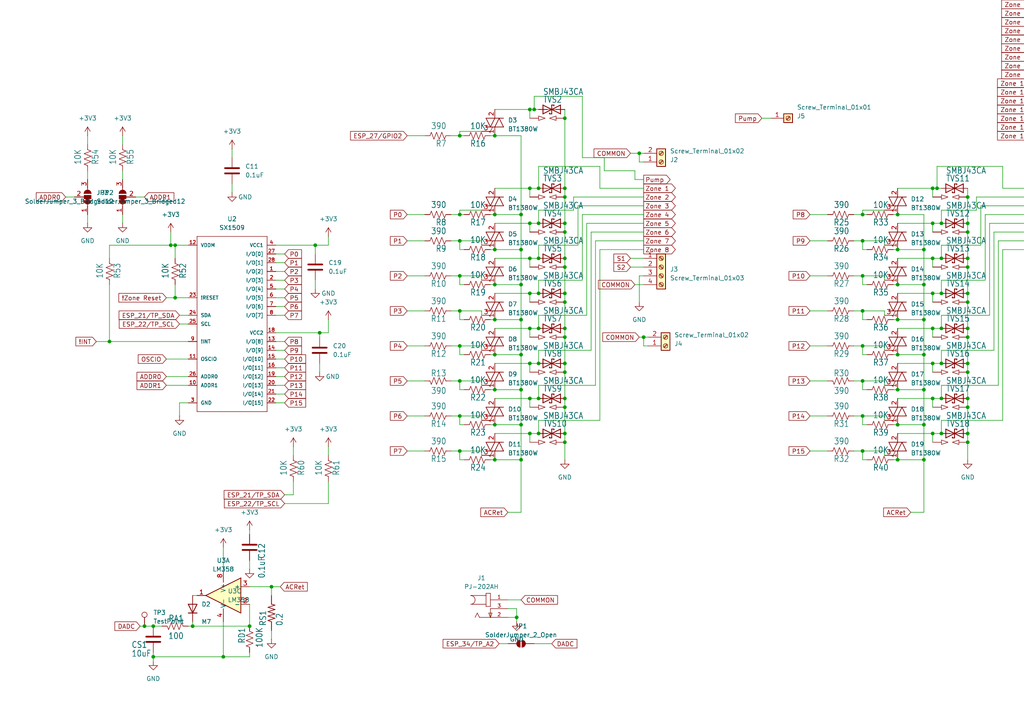
<source format=kicad_sch>
(kicad_sch (version 20231120) (generator "eeschema") (generator_version "8.0")
  (paper "A4")
  (junction (at 267.97 72.39))
  (junction (at 273.05 74.93))
  (junction (at 143.51 133.35))
  (junction (at 153.67 115.57))
  (junction (at 92.71 96.52))
  (junction (at 270.51 95.25))
  (junction (at 163.83 57.15))
  (junction (at 273.05 115.57))
  (junction (at 163.83 115.57))
  (junction (at 280.67 67.31))
  (junction (at 133.35 90.17))
  (junction (at 260.35 82.55))
  (junction (at 156.21 95.25))
  (junction (at 78.74 170.18))
  (junction (at 156.21 125.73))
  (junction (at 260.35 102.87))
  (junction (at 250.19 90.17))
  (junction (at 267.97 123.19))
  (junction (at 250.19 62.23))
  (junction (at 153.67 125.73))
  (junction (at 270.51 54.61))
  (junction (at 163.83 67.31))
  (junction (at 163.83 85.09))
  (junction (at 154.94 31.75))
  (junction (at 270.51 105.41))
  (junction (at 260.35 123.19))
  (junction (at 156.21 115.57))
  (junction (at 143.51 92.71))
  (junction (at 143.51 113.03))
  (junction (at 280.67 85.09))
  (junction (at 280.67 118.11))
  (junction (at 143.51 39.37))
  (junction (at 153.67 85.09))
  (junction (at 91.44 71.12))
  (junction (at 64.77 190.5))
  (junction (at 149.86 179.07))
  (junction (at 260.35 72.39))
  (junction (at 153.67 54.61))
  (junction (at 250.19 110.49))
  (junction (at 250.19 100.33))
  (junction (at 153.67 105.41))
  (junction (at 280.67 77.47))
  (junction (at 163.83 107.95))
  (junction (at 280.67 95.25))
  (junction (at 280.67 115.57))
  (junction (at 151.13 133.35))
  (junction (at 143.51 102.87))
  (junction (at 55.88 181.61))
  (junction (at 250.19 69.85))
  (junction (at 270.51 74.93))
  (junction (at 163.83 77.47))
  (junction (at 280.67 64.77))
  (junction (at 273.05 105.41))
  (junction (at 260.35 62.23))
  (junction (at 151.13 113.03))
  (junction (at 50.8 86.36))
  (junction (at 153.67 95.25))
  (junction (at 273.05 125.73))
  (junction (at 151.13 62.23))
  (junction (at 153.67 74.93))
  (junction (at 143.51 62.23))
  (junction (at 267.97 82.55))
  (junction (at 156.21 64.77))
  (junction (at 163.83 95.25))
  (junction (at 50.8 71.12))
  (junction (at 151.13 102.87))
  (junction (at 280.67 74.93))
  (junction (at 270.51 125.73))
  (junction (at 41.91 181.61))
  (junction (at 280.67 97.79))
  (junction (at 280.67 107.95))
  (junction (at 280.67 57.15))
  (junction (at 280.67 87.63))
  (junction (at 133.35 80.01))
  (junction (at 151.13 92.71))
  (junction (at 250.19 80.01))
  (junction (at 156.21 85.09))
  (junction (at 267.97 102.87))
  (junction (at 260.35 92.71))
  (junction (at 133.35 100.33))
  (junction (at 49.53 71.12))
  (junction (at 250.19 130.81))
  (junction (at 267.97 92.71))
  (junction (at 280.67 125.73))
  (junction (at 153.67 64.77))
  (junction (at 185.42 44.45))
  (junction (at 267.97 113.03))
  (junction (at 273.05 85.09))
  (junction (at 186.69 97.79))
  (junction (at 31.75 99.06))
  (junction (at 260.35 113.03))
  (junction (at 163.83 105.41))
  (junction (at 163.83 118.11))
  (junction (at 163.83 74.93))
  (junction (at 267.97 133.35))
  (junction (at 163.83 54.61))
  (junction (at 133.35 110.49))
  (junction (at 133.35 62.23))
  (junction (at 44.45 181.61))
  (junction (at 143.51 82.55))
  (junction (at 271.78 54.61))
  (junction (at 156.21 54.61))
  (junction (at 270.51 64.77))
  (junction (at 133.35 69.85))
  (junction (at 133.35 39.37))
  (junction (at 133.35 130.81))
  (junction (at 163.83 125.73))
  (junction (at 151.13 72.39))
  (junction (at 270.51 85.09))
  (junction (at 133.35 120.65))
  (junction (at 280.67 128.27))
  (junction (at 270.51 115.57))
  (junction (at 163.83 34.29))
  (junction (at 153.67 31.75))
  (junction (at 143.51 123.19))
  (junction (at 156.21 105.41))
  (junction (at 260.35 133.35))
  (junction (at 163.83 64.77))
  (junction (at 163.83 128.27))
  (junction (at 273.05 95.25))
  (junction (at 163.83 97.79))
  (junction (at 280.67 105.41))
  (junction (at 156.21 74.93))
  (junction (at 163.83 87.63))
  (junction (at 151.13 123.19))
  (junction (at 273.05 64.77))
  (junction (at 44.45 190.5))
  (junction (at 143.51 72.39))
  (junction (at 250.19 120.65))
  (junction (at 151.13 82.55))
  (junction (at 72.39 181.61))
  (wire (pts (xy 270.51 118.11) (xy 270.51 115.57)))
  (wire (pts (xy 142.24 82.55) (xy 143.51 82.55)))
  (wire (pts (xy 153.67 128.27) (xy 153.67 125.73)))
  (wire (pts (xy 270.51 74.93) (xy 273.05 74.93)))
  (wire (pts (xy 234.95 130.81) (xy 240.03 130.81)))
  (wire (pts (xy 142.24 62.23) (xy 143.51 62.23)))
  (wire (pts (xy 153.67 77.47) (xy 153.67 74.93)))
  (wire (pts (xy 273.05 121.92) (xy 290.83 121.92)))
  (wire (pts (xy 31.75 82.55) (xy 31.75 99.06)))
  (wire (pts (xy 270.51 95.25) (xy 273.05 95.25)))
  (wire (pts (xy 156.21 101.6) (xy 171.45 101.6)))
  (wire (pts (xy 280.67 77.47) (xy 280.67 85.09)))
  (wire (pts (xy 250.19 82.55) (xy 251.46 82.55)))
  (wire (pts (xy 256.54 132.08) (xy 256.54 130.81)))
  (wire (pts (xy 186.69 97.79) (xy 187.96 97.79)))
  (wire (pts (xy 143.51 95.25) (xy 153.67 95.25)))
  (wire (pts (xy 270.51 85.09) (xy 273.05 85.09)))
  (wire (pts (xy 139.7 90.17) (xy 139.7 91.44)))
  (wire (pts (xy 147.32 173.99) (xy 151.13 173.99)))
  (wire (pts (xy 153.67 74.93) (xy 156.21 74.93)))
  (wire (pts (xy 143.51 102.87) (xy 151.13 102.87)))
  (wire (pts (xy 260.35 95.25) (xy 270.51 95.25)))
  (wire (pts (xy 130.81 100.33) (xy 133.35 100.33)))
  (wire (pts (xy 142.24 133.35) (xy 143.51 133.35)))
  (wire (pts (xy 163.83 67.31) (xy 163.83 74.93)))
  (wire (pts (xy 133.35 102.87) (xy 133.35 100.33)))
  (wire (pts (xy 133.35 92.71) (xy 133.35 90.17)))
  (wire (pts (xy 80.01 73.66) (xy 82.55 73.66)))
  (wire (pts (xy 270.51 57.15) (xy 270.51 54.61)))
  (wire (pts (xy 130.81 120.65) (xy 133.35 120.65)))
  (wire (pts (xy 299.72 3.81) (xy 303.53 3.81)))
  (wire (pts (xy 256.54 80.01) (xy 256.54 81.28)))
  (wire (pts (xy 133.35 123.19) (xy 134.62 123.19)))
  (wire (pts (xy 95.25 71.12) (xy 95.25 68.58)))
  (wire (pts (xy 288.29 67.31) (xy 303.53 67.31)))
  (wire (pts (xy 50.8 74.93) (xy 50.8 71.12)))
  (wire (pts (xy 55.88 180.34) (xy 55.88 181.61)))
  (wire (pts (xy 153.67 87.63) (xy 153.67 85.09)))
  (wire (pts (xy 80.01 83.82) (xy 82.55 83.82)))
  (wire (pts (xy 133.35 130.81) (xy 139.7 130.81)))
  (wire (pts (xy 156.21 48.26) (xy 173.99 48.26)))
  (wire (pts (xy 80.01 104.14) (xy 82.55 104.14)))
  (wire (pts (xy 153.67 97.79) (xy 153.67 95.25)))
  (wire (pts (xy 280.67 87.63) (xy 280.67 95.25)))
  (wire (pts (xy 91.44 71.12) (xy 95.25 71.12)))
  (wire (pts (xy 299.72 11.43) (xy 303.53 11.43)))
  (wire (pts (xy 156.21 115.57) (xy 156.21 111.76)))
  (wire (pts (xy 143.51 31.75) (xy 153.67 31.75)))
  (wire (pts (xy 133.35 60.96) (xy 139.7 60.96)))
  (wire (pts (xy 156.21 111.76) (xy 172.72 111.76)))
  (wire (pts (xy 287.02 64.77) (xy 303.53 64.77)))
  (wire (pts (xy 163.83 107.95) (xy 163.83 115.57)))
  (wire (pts (xy 25.4 39.37) (xy 25.4 41.91)))
  (wire (pts (xy 153.67 67.31) (xy 153.67 64.77)))
  (wire (pts (xy 260.35 74.93) (xy 270.51 74.93)))
  (wire (pts (xy 256.54 100.33) (xy 256.54 101.6)))
  (wire (pts (xy 153.67 105.41) (xy 156.21 105.41)))
  (wire (pts (xy 156.21 74.93) (xy 156.21 71.12)))
  (wire (pts (xy 273.05 105.41) (xy 273.05 101.6)))
  (wire (pts (xy 185.42 97.79) (xy 186.69 97.79)))
  (wire (pts (xy 142.24 113.03) (xy 143.51 113.03)))
  (wire (pts (xy 259.08 113.03) (xy 260.35 113.03)))
  (wire (pts (xy 260.35 64.77) (xy 270.51 64.77)))
  (wire (pts (xy 142.24 72.39) (xy 143.51 72.39)))
  (wire (pts (xy 130.81 110.49) (xy 133.35 110.49)))
  (wire (pts (xy 250.19 130.81) (xy 256.54 130.81)))
  (wire (pts (xy 185.42 80.01) (xy 185.42 87.63)))
  (wire (pts (xy 130.81 80.01) (xy 133.35 80.01)))
  (wire (pts (xy 259.08 123.19) (xy 260.35 123.19)))
  (wire (pts (xy 133.35 102.87) (xy 134.62 102.87)))
  (wire (pts (xy 153.67 31.75) (xy 154.94 31.75)))
  (wire (pts (xy 170.18 91.44) (xy 170.18 64.77)))
  (wire (pts (xy 133.35 80.01) (xy 133.35 82.55)))
  (wire (pts (xy 185.42 80.01) (xy 186.69 80.01)))
  (wire (pts (xy 163.83 125.73) (xy 163.83 128.27)))
  (wire (pts (xy 247.65 62.23) (xy 250.19 62.23)))
  (wire (pts (xy 72.39 162.56) (xy 72.39 165.1)))
  (wire (pts (xy 35.56 49.53) (xy 35.56 52.07)))
  (wire (pts (xy 64.77 158.75) (xy 64.77 165.1)))
  (wire (pts (xy 299.72 6.35) (xy 303.53 6.35)))
  (wire (pts (xy 82.55 86.36) (xy 80.01 86.36)))
  (wire (pts (xy 250.19 92.71) (xy 251.46 92.71)))
  (wire (pts (xy 143.51 64.77) (xy 153.67 64.77)))
  (wire (pts (xy 143.51 82.55) (xy 151.13 82.55)))
  (wire (pts (xy 271.78 48.26) (xy 271.78 54.61)))
  (wire (pts (xy 299.72 13.97) (xy 303.53 13.97)))
  (wire (pts (xy 39.37 57.15) (xy 41.91 57.15)))
  (wire (pts (xy 163.83 87.63) (xy 163.83 95.25)))
  (wire (pts (xy 250.19 90.17) (xy 256.54 90.17)))
  (wire (pts (xy 133.35 113.03) (xy 133.35 110.49)))
  (wire (pts (xy 44.45 190.5) (xy 44.45 191.77)))
  (wire (pts (xy 250.19 80.01) (xy 256.54 80.01)))
  (wire (pts (xy 143.51 39.37) (xy 151.13 39.37)))
  (wire (pts (xy 92.71 96.52) (xy 95.25 96.52)))
  (wire (pts (xy 280.67 54.61) (xy 280.67 57.15)))
  (wire (pts (xy 273.05 64.77) (xy 273.05 60.96)))
  (wire (pts (xy 80.01 116.84) (xy 82.55 116.84)))
  (wire (pts (xy 163.83 57.15) (xy 163.83 64.77)))
  (wire (pts (xy 118.11 62.23) (xy 123.19 62.23)))
  (wire (pts (xy 91.44 81.28) (xy 91.44 83.82)))
  (wire (pts (xy 19.05 57.15) (xy 21.59 57.15)))
  (wire (pts (xy 250.19 69.85) (xy 256.54 69.85)))
  (wire (pts (xy 72.39 189.23) (xy 72.39 190.5)))
  (wire (pts (xy 270.51 128.27) (xy 270.51 125.73)))
  (wire (pts (xy 151.13 92.71) (xy 151.13 102.87)))
  (wire (pts (xy 173.99 54.61) (xy 186.69 54.61)))
  (wire (pts (xy 80.01 71.12) (xy 91.44 71.12)))
  (wire (pts (xy 250.19 123.19) (xy 250.19 120.65)))
  (wire (pts (xy 143.51 92.71) (xy 151.13 92.71)))
  (wire (pts (xy 133.35 69.85) (xy 139.7 69.85)))
  (wire (pts (xy 156.21 95.25) (xy 156.21 91.44)))
  (wire (pts (xy 153.67 118.11) (xy 153.67 115.57)))
  (wire (pts (xy 267.97 92.71) (xy 267.97 102.87)))
  (wire (pts (xy 156.21 71.12) (xy 167.64 71.12)))
  (wire (pts (xy 299.72 24.13) (xy 303.53 24.13)))
  (wire (pts (xy 250.19 62.23) (xy 251.46 62.23)))
  (wire (pts (xy 153.67 125.73) (xy 156.21 125.73)))
  (wire (pts (xy 133.35 110.49) (xy 139.7 110.49)))
  (wire (pts (xy 299.72 31.75) (xy 303.53 31.75)))
  (wire (pts (xy 250.19 60.96) (xy 256.54 60.96)))
  (wire (pts (xy 156.21 105.41) (xy 156.21 101.6)))
  (wire (pts (xy 299.72 16.51) (xy 303.53 16.51)))
  (wire (pts (xy 260.35 102.87) (xy 267.97 102.87)))
  (wire (pts (xy 118.11 80.01) (xy 123.19 80.01)))
  (wire (pts (xy 273.05 115.57) (xy 273.05 111.76)))
  (wire (pts (xy 280.67 115.57) (xy 280.67 118.11)))
  (wire (pts (xy 95.25 139.7) (xy 95.25 146.05)))
  (wire (pts (xy 118.11 69.85) (xy 123.19 69.85)))
  (wire (pts (xy 270.51 125.73) (xy 273.05 125.73)))
  (wire (pts (xy 118.11 90.17) (xy 123.19 90.17)))
  (wire (pts (xy 184.15 82.55) (xy 186.69 82.55)))
  (wire (pts (xy 151.13 72.39) (xy 151.13 82.55)))
  (wire (pts (xy 35.56 62.23) (xy 35.56 64.77)))
  (wire (pts (xy 133.35 113.03) (xy 134.62 113.03)))
  (wire (pts (xy 260.35 92.71) (xy 267.97 92.71)))
  (wire (pts (xy 31.75 99.06) (xy 54.61 99.06)))
  (wire (pts (xy 260.35 85.09) (xy 270.51 85.09)))
  (wire (pts (xy 40.64 181.61) (xy 41.91 181.61)))
  (wire (pts (xy 151.13 102.87) (xy 151.13 113.03)))
  (wire (pts (xy 185.42 44.45) (xy 182.88 44.45)))
  (wire (pts (xy 118.11 130.81) (xy 123.19 130.81)))
  (wire (pts (xy 187.96 100.33) (xy 186.69 100.33)))
  (wire (pts (xy 44.45 190.5) (xy 64.77 190.5)))
  (wire (pts (xy 163.83 115.57) (xy 163.83 118.11)))
  (wire (pts (xy 234.95 110.49) (xy 240.03 110.49)))
  (wire (pts (xy 173.99 72.39) (xy 186.69 72.39)))
  (wire (pts (xy 133.35 123.19) (xy 133.35 120.65)))
  (wire (pts (xy 133.35 133.35) (xy 133.35 130.81)))
  (wire (pts (xy 142.24 92.71) (xy 143.51 92.71)))
  (wire (pts (xy 139.7 100.33) (xy 139.7 101.6)))
  (wire (pts (xy 171.45 101.6) (xy 171.45 67.31)))
  (wire (pts (xy 156.21 54.61) (xy 156.21 48.26)))
  (wire (pts (xy 80.01 81.28) (xy 82.55 81.28)))
  (wire (pts (xy 250.19 69.85) (xy 250.19 72.39)))
  (wire (pts (xy 290.83 121.92) (xy 290.83 72.39)))
  (wire (pts (xy 267.97 133.35) (xy 267.97 148.59)))
  (wire (pts (xy 184.15 52.07) (xy 184.15 49.53)))
  (wire (pts (xy 48.26 104.14) (xy 54.61 104.14)))
  (wire (pts (xy 280.67 97.79) (xy 280.67 105.41)))
  (wire (pts (xy 260.35 105.41) (xy 270.51 105.41)))
  (wire (pts (xy 267.97 62.23) (xy 267.97 72.39)))
  (wire (pts (xy 259.08 92.71) (xy 260.35 92.71)))
  (wire (pts (xy 270.51 87.63) (xy 270.51 85.09)))
  (wire (pts (xy 149.86 176.53) (xy 149.86 179.07)))
  (wire (pts (xy 130.81 39.37) (xy 133.35 39.37)))
  (wire (pts (xy 250.19 80.01) (xy 250.19 82.55)))
  (wire (pts (xy 247.65 130.81) (xy 250.19 130.81)))
  (wire (pts (xy 267.97 123.19) (xy 267.97 133.35)))
  (wire (pts (xy 273.05 101.6) (xy 288.29 101.6)))
  (wire (pts (xy 27.94 99.06) (xy 31.75 99.06)))
  (wire (pts (xy 182.88 74.93) (xy 186.69 74.93)))
  (wire (pts (xy 72.39 175.26) (xy 72.39 181.61)))
  (wire (pts (xy 234.95 69.85) (xy 240.03 69.85)))
  (wire (pts (xy 299.72 29.21) (xy 303.53 29.21)))
  (wire (pts (xy 50.8 82.55) (xy 50.8 86.36)))
  (wire (pts (xy 143.51 105.41) (xy 153.67 105.41)))
  (wire (pts (xy 250.19 133.35) (xy 250.19 130.81)))
  (wire (pts (xy 48.26 111.76) (xy 54.61 111.76)))
  (wire (pts (xy 273.05 60.96) (xy 283.21 60.96)))
  (wire (pts (xy 299.72 8.89) (xy 303.53 8.89)))
  (wire (pts (xy 280.67 105.41) (xy 280.67 107.95)))
  (wire (pts (xy 139.7 69.85) (xy 139.7 71.12)))
  (wire (pts (xy 260.35 113.03) (xy 267.97 113.03)))
  (wire (pts (xy 55.88 181.61) (xy 72.39 181.61)))
  (wire (pts (xy 144.78 186.69) (xy 147.32 186.69)))
  (wire (pts (xy 273.05 71.12) (xy 284.48 71.12)))
  (wire (pts (xy 130.81 90.17) (xy 133.35 90.17)))
  (wire (pts (xy 143.51 123.19) (xy 151.13 123.19)))
  (wire (pts (xy 270.51 107.95) (xy 270.51 105.41)))
  (wire (pts (xy 270.51 64.77) (xy 273.05 64.77)))
  (wire (pts (xy 85.09 143.51) (xy 82.55 143.51)))
  (wire (pts (xy 299.72 1.27) (xy 303.53 1.27)))
  (wire (pts (xy 167.64 71.12) (xy 167.64 59.69)))
  (wire (pts (xy 168.91 81.28) (xy 168.91 62.23)))
  (wire (pts (xy 54.61 181.61) (xy 55.88 181.61)))
  (wire (pts (xy 139.7 110.49) (xy 139.7 111.76)))
  (wire (pts (xy 163.83 105.41) (xy 163.83 107.95)))
  (wire (pts (xy 271.78 54.61) (xy 273.05 54.61)))
  (wire (pts (xy 299.72 39.37) (xy 303.53 39.37)))
  (wire (pts (xy 64.77 180.34) (xy 64.77 190.5)))
  (wire (pts (xy 151.13 39.37) (xy 151.13 62.23)))
  (wire (pts (xy 163.83 118.11) (xy 163.83 125.73)))
  (wire (pts (xy 267.97 102.87) (xy 267.97 113.03)))
  (wire (pts (xy 273.05 95.25) (xy 273.05 91.44)))
  (wire (pts (xy 273.05 74.93) (xy 273.05 71.12)))
  (wire (pts (xy 250.19 62.23) (xy 250.19 60.96)))
  (wire (pts (xy 153.67 57.15) (xy 153.67 54.61)))
  (wire (pts (xy 267.97 72.39) (xy 267.97 82.55)))
  (wire (pts (xy 50.8 71.12) (xy 54.61 71.12)))
  (wire (pts (xy 250.19 102.87) (xy 251.46 102.87)))
  (wire (pts (xy 133.35 72.39) (xy 134.62 72.39)))
  (wire (pts (xy 44.45 189.23) (xy 44.45 190.5)))
  (wire (pts (xy 247.65 69.85) (xy 250.19 69.85)))
  (wire (pts (xy 80.01 91.44) (xy 82.55 91.44)))
  (wire (pts (xy 133.35 39.37) (xy 134.62 39.37)))
  (wire (pts (xy 234.95 100.33) (xy 240.03 100.33)))
  (wire (pts (xy 250.19 120.65) (xy 256.54 120.65)))
  (wire (pts (xy 163.83 97.79) (xy 163.83 105.41)))
  (wire (pts (xy 260.35 54.61) (xy 270.51 54.61)))
  (wire (pts (xy 52.07 116.84) (xy 52.07 120.65)))
  (wire (pts (xy 250.19 113.03) (xy 250.19 110.49)))
  (wire (pts (xy 259.08 62.23) (xy 260.35 62.23)))
  (wire (pts (xy 54.61 93.98) (xy 52.07 93.98)))
  (wire (pts (xy 250.19 113.03) (xy 251.46 113.03)))
  (wire (pts (xy 186.69 46.99) (xy 185.42 46.99)))
  (wire (pts (xy 31.75 74.93) (xy 31.75 71.12)))
  (wire (pts (xy 31.75 71.12) (xy 49.53 71.12)))
  (wire (pts (xy 163.83 77.47) (xy 163.83 85.09)))
  (wire (pts (xy 182.88 77.47) (xy 186.69 77.47)))
  (wire (pts (xy 260.35 123.19) (xy 267.97 123.19)))
  (wire (pts (xy 299.72 26.67) (xy 303.53 26.67)))
  (wire (pts (xy 175.26 45.72) (xy 168.91 45.72)))
  (wire (pts (xy 166.37 60.96) (xy 166.37 57.15)))
  (wire (pts (xy 288.29 101.6) (xy 288.29 67.31)))
  (wire (pts (xy 153.67 95.25) (xy 156.21 95.25)))
  (wire (pts (xy 67.31 53.34) (xy 67.31 55.88)))
  (wire (pts (xy 250.19 102.87) (xy 250.19 100.33)))
  (wire (pts (xy 166.37 57.15) (xy 186.69 57.15)))
  (wire (pts (xy 280.67 107.95) (xy 280.67 115.57)))
  (wire (pts (xy 151.13 133.35) (xy 151.13 148.59)))
  (wire (pts (xy 173.99 121.92) (xy 173.99 72.39)))
  (wire (pts (xy 80.01 88.9) (xy 82.55 88.9)))
  (wire (pts (xy 163.83 95.25) (xy 163.83 97.79)))
  (wire (pts (xy 284.48 59.69) (xy 303.53 59.69)))
  (wire (pts (xy 133.35 69.85) (xy 133.35 72.39)))
  (wire (pts (xy 49.53 71.12) (xy 49.53 67.31)))
  (wire (pts (xy 270.51 67.31) (xy 270.51 64.77)))
  (wire (pts (xy 259.08 102.87) (xy 260.35 102.87)))
  (wire (pts (xy 25.4 49.53) (xy 25.4 52.07)))
  (wire (pts (xy 130.81 130.81) (xy 133.35 130.81)))
  (wire (pts (xy 280.67 67.31) (xy 280.67 74.93)))
  (wire (pts (xy 290.83 54.61) (xy 303.53 54.61)))
  (wire (pts (xy 260.35 72.39) (xy 267.97 72.39)))
  (wire (pts (xy 139.7 132.08) (xy 139.7 130.81)))
  (wire (pts (xy 151.13 113.03) (xy 151.13 123.19)))
  (wire (pts (xy 143.51 125.73) (xy 153.67 125.73)))
  (wire (pts (xy 271.78 48.26) (xy 290.83 48.26)))
  (wire (pts (xy 256.54 110.49) (xy 256.54 111.76)))
  (wire (pts (xy 142.24 102.87) (xy 143.51 102.87)))
  (wire (pts (xy 220.98 34.29) (xy 223.52 34.29)))
  (wire (pts (xy 80.01 76.2) (xy 82.55 76.2)))
  (wire (pts (xy 260.35 62.23) (xy 267.97 62.23)))
  (wire (pts (xy 250.19 100.33) (xy 256.54 100.33)))
  (wire (pts (xy 234.95 80.01) (xy 240.03 80.01)))
  (wire (pts (xy 280.67 125.73) (xy 280.67 128.27)))
  (wire (pts (xy 133.35 92.71) (xy 134.62 92.71)))
  (wire (pts (xy 168.91 45.72) (xy 168.91 27.94)))
  (wire (pts (xy 80.01 106.68) (xy 82.55 106.68)))
  (wire (pts (xy 123.19 39.37) (xy 118.11 39.37)))
  (wire (pts (xy 118.11 120.65) (xy 123.19 120.65)))
  (wire (pts (xy 54.61 91.44) (xy 52.07 91.44)))
  (wire (pts (xy 95.25 129.54) (xy 95.25 132.08)))
  (wire (pts (xy 49.53 71.12) (xy 50.8 71.12)))
  (wire (pts (xy 259.08 72.39) (xy 260.35 72.39)))
  (wire (pts (xy 280.67 85.09) (xy 280.67 87.63)))
  (wire (pts (xy 80.01 96.52) (xy 92.71 96.52)))
  (wire (pts (xy 273.05 81.28) (xy 285.75 81.28)))
  (wire (pts (xy 133.35 100.33) (xy 139.7 100.33)))
  (wire (pts (xy 78.74 170.18) (xy 81.28 170.18)))
  (wire (pts (xy 44.45 181.61) (xy 46.99 181.61)))
  (wire (pts (xy 67.31 43.18) (xy 67.31 45.72)))
  (wire (pts (xy 156.21 85.09) (xy 156.21 81.28)))
  (wire (pts (xy 48.26 109.22) (xy 54.61 109.22)))
  (wire (pts (xy 264.16 148.59) (xy 267.97 148.59)))
  (wire (pts (xy 299.72 19.05) (xy 303.53 19.05)))
  (wire (pts (xy 273.05 125.73) (xy 273.05 121.92)))
  (wire (pts (xy 163.83 54.61) (xy 163.83 57.15)))
  (wire (pts (xy 78.74 182.88) (xy 78.74 185.42)))
  (wire (pts (xy 250.19 92.71) (xy 250.19 90.17)))
  (wire (pts (xy 163.83 74.93) (xy 163.83 77.47)))
  (wire (pts (xy 280.67 128.27) (xy 280.67 133.35)))
  (wire (pts (xy 259.08 133.35) (xy 260.35 133.35)))
  (wire (pts (xy 247.65 120.65) (xy 250.19 120.65)))
  (wire (pts (xy 139.7 120.65) (xy 139.7 121.92)))
  (wire (pts (xy 163.83 128.27) (xy 163.83 133.35)))
  (wire (pts (xy 80.01 78.74) (xy 82.55 78.74)))
  (wire (pts (xy 118.11 100.33) (xy 123.19 100.33)))
  (wire (pts (xy 299.72 34.29) (xy 303.53 34.29)))
  (wire (pts (xy 267.97 82.55) (xy 267.97 92.71)))
  (wire (pts (xy 133.35 133.35) (xy 134.62 133.35)))
  (wire (pts (xy 154.94 27.94) (xy 154.94 31.75)))
  (wire (pts (xy 92.71 105.41) (xy 92.71 107.95)))
  (wire (pts (xy 163.83 64.77) (xy 163.83 67.31)))
  (wire (pts (xy 247.65 110.49) (xy 250.19 110.49)))
  (wire (pts (xy 118.11 110.49) (xy 123.19 110.49)))
  (wire (pts (xy 72.39 153.67) (xy 72.39 154.94)))
  (wire (pts (xy 186.69 97.79) (xy 186.69 100.33)))
  (wire (pts (xy 280.67 64.77) (xy 280.67 67.31)))
  (wire (pts (xy 130.81 69.85) (xy 133.35 69.85)))
  (wire (pts (xy 92.71 96.52) (xy 92.71 97.79)))
  (wire (pts (xy 260.35 82.55) (xy 267.97 82.55)))
  (wire (pts (xy 156.21 125.73) (xy 156.21 121.92)))
  (wire (pts (xy 133.35 90.17) (xy 139.7 90.17)))
  (wire (pts (xy 151.13 123.19) (xy 151.13 133.35)))
  (wire (pts (xy 153.67 107.95) (xy 153.67 105.41)))
  (wire (pts (xy 250.19 110.49) (xy 256.54 110.49)))
  (wire (pts (xy 185.42 44.45) (xy 185.42 46.99)))
  (wire (pts (xy 289.56 69.85) (xy 303.53 69.85)))
  (wire (pts (xy 130.81 62.23) (xy 133.35 62.23)))
  (wire (pts (xy 270.51 97.79) (xy 270.51 95.25)))
  (wire (pts (xy 48.26 86.36) (xy 50.8 86.36)))
  (wire (pts (xy 172.72 111.76) (xy 172.72 69.85)))
  (wire (pts (xy 156.21 91.44) (xy 170.18 91.44)))
  (wire (pts (xy 270.51 115.57) (xy 273.05 115.57)))
  (wire (pts (xy 154.94 186.69) (xy 160.02 186.69)))
  (wire (pts (xy 153.67 64.77) (xy 156.21 64.77)))
  (wire (pts (xy 133.35 80.01) (xy 139.7 80.01)))
  (wire (pts (xy 156.21 121.92) (xy 173.99 121.92)))
  (wire (pts (xy 273.05 91.44) (xy 287.02 91.44)))
  (wire (pts (xy 290.83 72.39) (xy 303.53 72.39)))
  (wire (pts (xy 234.95 90.17) (xy 240.03 90.17)))
  (wire (pts (xy 186.69 52.07) (xy 184.15 52.07)))
  (wire (pts (xy 154.94 27.94) (xy 168.91 27.94)))
  (wire (pts (xy 143.51 115.57) (xy 153.67 115.57)))
  (wire (pts (xy 260.35 125.73) (xy 270.51 125.73)))
  (wire (pts (xy 299.72 21.59) (xy 303.53 21.59)))
  (wire (pts (xy 147.32 176.53) (xy 149.86 176.53)))
  (wire (pts (xy 25.4 62.23) (xy 25.4 64.77)))
  (wire (pts (xy 139.7 80.01) (xy 139.7 81.28)))
  (wire (pts (xy 133.35 38.1) (xy 139.7 38.1)))
  (wire (pts (xy 285.75 62.23) (xy 303.53 62.23)))
  (wire (pts (xy 80.01 101.6) (xy 82.55 101.6)))
  (wire (pts (xy 280.67 118.11) (xy 280.67 125.73)))
  (wire (pts (xy 143.51 72.39) (xy 151.13 72.39)))
  (wire (pts (xy 234.95 120.65) (xy 240.03 120.65)))
  (wire (pts (xy 78.74 170.18) (xy 78.74 172.72)))
  (wire (pts (xy 142.24 39.37) (xy 143.51 39.37)))
  (wire (pts (xy 133.35 62.23) (xy 134.62 62.23)))
  (wire (pts (xy 143.51 74.93) (xy 153.67 74.93)))
  (wire (pts (xy 54.61 116.84) (xy 52.07 116.84)))
  (wire (pts (xy 142.24 123.19) (xy 143.51 123.19)))
  (wire (pts (xy 95.25 92.71) (xy 95.25 96.52)))
  (wire (pts (xy 250.19 72.39) (xy 251.46 72.39)))
  (wire (pts (xy 153.67 54.61) (xy 156.21 54.61)))
  (wire (pts (xy 247.65 100.33) (xy 250.19 100.33)))
  (wire (pts (xy 256.54 120.65) (xy 256.54 121.92)))
  (wire (pts (xy 260.35 133.35) (xy 267.97 133.35)))
  (wire (pts (xy 250.19 123.19) (xy 251.46 123.19)))
  (wire (pts (xy 290.83 48.26) (xy 290.83 54.61)))
  (wire (pts (xy 256.54 90.17) (xy 256.54 91.44)))
  (wire (pts (xy 256.54 69.85) (xy 256.54 71.12)))
  (wire (pts (xy 143.51 85.09) (xy 153.67 85.09)))
  (wire (pts (xy 41.91 181.61) (xy 44.45 181.61)))
  (wire (pts (xy 153.67 31.75) (xy 153.67 34.29)))
  (wire (pts (xy 143.51 54.61) (xy 153.67 54.61)))
  (wire (pts (xy 273.05 85.09) (xy 273.05 81.28)))
  (wire (pts (xy 250.19 133.35) (xy 251.46 133.35)))
  (wire (pts (xy 287.02 91.44) (xy 287.02 64.77)))
  (wire (pts (xy 163.83 85.09) (xy 163.83 87.63)))
  (wire (pts (xy 284.48 71.12) (xy 284.48 59.69)))
  (wire (pts (xy 273.05 111.76) (xy 289.56 111.76)))
  (wire (pts (xy 143.51 133.35) (xy 151.13 133.35)))
  (wire (pts (xy 289.56 111.76) (xy 289.56 69.85)))
  (wire (pts (xy 186.69 44.45) (xy 185.42 44.45)))
  (wire (pts (xy 247.65 80.01) (xy 250.19 80.01)))
  (wire (pts (xy 147.32 179.07) (xy 149.86 179.07)))
  (wire (pts (xy 283.21 60.96) (xy 283.21 57.15)))
  (wire (pts (xy 163.83 31.75) (xy 163.83 34.29)))
  (wire (pts (xy 234.95 62.23) (xy 240.03 62.23)))
  (wire (pts (xy 270.51 77.47) (xy 270.51 74.93)))
  (wire (pts (xy 91.44 71.12) (xy 91.44 73.66)))
  (wire (pts (xy 247.65 90.17) (xy 250.19 90.17)))
  (wire (pts (xy 153.67 85.09) (xy 156.21 85.09)))
  (wire (pts (xy 64.77 190.5) (xy 72.39 190.5)))
  (wire (pts (xy 280.67 57.15) (xy 280.67 64.77)))
  (wire (pts (xy 156.21 64.77) (xy 156.21 60.96)))
  (wire (pts (xy 85.09 139.7) (xy 85.09 143.51)))
  (wire (pts (xy 175.26 49.53) (xy 175.26 45.72)))
  (wire (pts (xy 143.51 113.03) (xy 151.13 113.03)))
  (wire (pts (xy 172.72 69.85) (xy 186.69 69.85)))
  (wire (pts (xy 283.21 57.15) (xy 303.53 57.15)))
  (wire (pts (xy 80.01 111.76) (xy 82.55 111.76)))
  (wire (pts (xy 260.35 115.57) (xy 270.51 115.57)))
  (wire (pts (xy 133.35 120.65) (xy 139.7 120.65)))
  (wire (pts (xy 143.51 62.23) (xy 151.13 62.23)))
  (wire (pts (xy 173.99 48.26) (xy 173.99 54.61)))
  (wire (pts (xy 156.21 81.28) (xy 168.91 81.28)))
  (wire (pts (xy 184.15 49.53) (xy 175.26 49.53)))
  (wire (pts (xy 80.01 109.22) (xy 82.55 109.22)))
  (wire (pts (xy 270.51 105.41) (xy 273.05 105.41)))
  (wire (pts (xy 280.67 74.93) (xy 280.67 77.47)))
  (wire (pts (xy 267.97 113.03) (xy 267.97 123.19)))
  (wire (pts (xy 171.45 67.31) (xy 186.69 67.31)))
  (wire (pts (xy 133.35 62.23) (xy 133.35 60.96)))
  (wire (pts (xy 168.91 62.23) (xy 186.69 62.23)))
  (wire (pts (xy 153.67 115.57) (xy 156.21 115.57)))
  (wire (pts (xy 170.18 64.77) (xy 186.69 64.77)))
  (wire (pts (xy 151.13 82.55) (xy 151.13 92.71)))
  (wire (pts (xy 50.8 86.36) (xy 54.61 86.36)))
  (wire (pts (xy 133.35 82.55) (xy 134.62 82.55)))
  (wire (pts (xy 285.75 81.28) (xy 285.75 62.23)))
  (wire (pts (xy 80.01 99.06) (xy 82.55 99.06)))
  (wire (pts (xy 167.64 59.69) (xy 186.69 59.69)))
  (wire (pts (xy 280.67 95.25) (xy 280.67 97.79)))
  (wire (pts (xy 154.94 31.75) (xy 156.21 31.75)))
  (wire (pts (xy 156.21 60.96) (xy 166.37 60.96)))
  (wire (pts (xy 133.35 39.37) (xy 133.35 38.1)))
  (wire (pts (xy 82.55 146.05) (xy 95.25 146.05)))
  (wire (pts (xy 259.08 82.55) (xy 260.35 82.55)))
  (wire (pts (xy 151.13 62.23) (xy 151.13 72.39)))
  (wire (pts (xy 55.88 172.72) (xy 57.15 172.72)))
  (wire (pts (xy 147.32 148.59) (xy 151.13 148.59)))
  (wire (pts (xy 163.83 34.29) (xy 163.83 54.61)))
  (wire (pts (xy 72.39 170.18) (xy 78.74 170.18)))
  (wire (pts (xy 35.56 39.37) (xy 35.56 41.91)))
  (wire (pts (xy 270.51 54.61) (xy 271.78 54.61)))
  (wire (pts (xy 80.01 114.3) (xy 82.55 114.3)))
  (wire (pts (xy 149.86 179.07) (xy 149.86 180.34)))
  (wire (pts (xy 85.09 129.54) (xy 85.09 132.08)))
  (wire (pts (xy 299.72 36.83) (xy 303.53 36.83)))
  (global_label "ACRet" (shape input) (at 264.16 148.59 180) (property "Intersheetrefs" "${INTERSHEET_REFS}" (effects (hide yes))))
  (global_label "Zone 6" (shape output) (at 186.69 67.31 0) (property "Intersheetrefs" "${INTERSHEET_REFS}" (effects (hide yes))))
  (global_label "ADDR1" (shape input) (at 48.26 111.76 180) (property "Intersheetrefs" "${INTERSHEET_REFS}" (effects (hide yes))))
  (global_label "Zone 13" (shape input) (at 299.72 31.75 180) (property "Intersheetrefs" "${INTERSHEET_REFS}" (effects (hide yes))))
  (global_label "Zone 8" (shape output) (at 186.69 72.39 0) (property "Intersheetrefs" "${INTERSHEET_REFS}" (effects (hide yes))))
  (global_label "Zone 8" (shape input) (at 299.72 19.05 180) (property "Intersheetrefs" "${INTERSHEET_REFS}" (effects (hide yes))))
  (global_label "P10" (shape input) (at 234.95 80.01 180) (property "Intersheetrefs" "${INTERSHEET_REFS}" (effects (hide yes))))
  (global_label "COMMON" (shape input) (at 185.42 97.79 180) (property "Intersheetrefs" "${INTERSHEET_REFS}" (effects (hide yes))))
  (global_label "P6" (shape input) (at 118.11 120.65 180) (property "Intersheetrefs" "${INTERSHEET_REFS}" (effects (hide yes))))
  (global_label "COMMON" (shape input) (at 184.15 82.55 180) (property "Intersheetrefs" "${INTERSHEET_REFS}" (effects (hide yes))))
  (global_label "Zone 7" (shape output) (at 186.69 69.85 0) (property "Intersheetrefs" "${INTERSHEET_REFS}" (effects (hide yes))))
  (global_label "Zone 1" (shape output) (at 186.69 54.61 0) (property "Intersheetrefs" "${INTERSHEET_REFS}" (effects (hide yes))))
  (global_label "ESP_34{slash}TP_A2" (shape input) (at 144.78 186.69 180) (property "Intersheetrefs" "${INTERSHEET_REFS}" (effects (hide yes))))
  (global_label "ESP_22{slash}TP_SCL" (shape input) (at 52.07 93.98 180) (property "Intersheetrefs" "${INTERSHEET_REFS}" (effects (hide yes))))
  (global_label "P0" (shape input) (at 82.55 73.66 0) (property "Intersheetrefs" "${INTERSHEET_REFS}" (effects (hide yes))))
  (global_label "P8" (shape input) (at 82.55 99.06 0) (property "Intersheetrefs" "${INTERSHEET_REFS}" (effects (hide yes))))
  (global_label "ESP_21{slash}TP_SDA" (shape input) (at 82.55 143.51 180) (property "Intersheetrefs" "${INTERSHEET_REFS}" (effects (hide yes))))
  (global_label "S1" (shape input) (at 182.88 74.93 180) (property "Intersheetrefs" "${INTERSHEET_REFS}" (effects (hide yes))))
  (global_label "ACRet" (shape input) (at 147.32 148.59 180) (property "Intersheetrefs" "${INTERSHEET_REFS}" (effects (hide yes))))
  (global_label "P5" (shape input) (at 118.11 110.49 180) (property "Intersheetrefs" "${INTERSHEET_REFS}" (effects (hide yes))))
  (global_label "ADDR0" (shape input) (at 48.26 109.22 180) (property "Intersheetrefs" "${INTERSHEET_REFS}" (effects (hide yes))))
  (global_label "P9" (shape input) (at 82.55 101.6 0) (property "Intersheetrefs" "${INTERSHEET_REFS}" (effects (hide yes))))
  (global_label "OSCIO" (shape input) (at 48.26 104.14 180) (property "Intersheetrefs" "${INTERSHEET_REFS}" (effects (hide yes))))
  (global_label "Zone 11" (shape output) (at 303.53 59.69 0) (property "Intersheetrefs" "${INTERSHEET_REFS}" (effects (hide yes))))
  (global_label "Pump" (shape input) (at 220.98 34.29 180) (property "Intersheetrefs" "${INTERSHEET_REFS}" (effects (hide yes))))
  (global_label "Zone 9" (shape input) (at 299.72 21.59 180) (property "Intersheetrefs" "${INTERSHEET_REFS}" (effects (hide yes))))
  (global_label "!Zone Reset" (shape input) (at 48.26 86.36 180) (property "Intersheetrefs" "${INTERSHEET_REFS}" (effects (hide yes))))
  (global_label "Zone 16" (shape output) (at 303.53 72.39 0) (property "Intersheetrefs" "${INTERSHEET_REFS}" (effects (hide yes))))
  (global_label "P0" (shape input) (at 118.11 62.23 180) (property "Intersheetrefs" "${INTERSHEET_REFS}" (effects (hide yes))))
  (global_label "S2" (shape input) (at 182.88 77.47 180) (property "Intersheetrefs" "${INTERSHEET_REFS}" (effects (hide yes))))
  (global_label "Zone 6" (shape input) (at 299.72 13.97 180) (property "Intersheetrefs" "${INTERSHEET_REFS}" (effects (hide yes))))
  (global_label "ESP_27{slash}GPIO2" (shape input) (at 118.11 39.37 180) (property "Intersheetrefs" "${INTERSHEET_REFS}" (effects (hide yes))))
  (global_label "ACRet" (shape input) (at 81.28 170.18 0) (property "Intersheetrefs" "${INTERSHEET_REFS}" (effects (hide yes))))
  (global_label "P2" (shape input) (at 82.55 78.74 0) (property "Intersheetrefs" "${INTERSHEET_REFS}" (effects (hide yes))))
  (global_label "Zone 12" (shape input) (at 299.72 29.21 180) (property "Intersheetrefs" "${INTERSHEET_REFS}" (effects (hide yes))))
  (global_label "P13" (shape input) (at 82.55 111.76 0) (property "Intersheetrefs" "${INTERSHEET_REFS}" (effects (hide yes))))
  (global_label "P15" (shape input) (at 82.55 116.84 0) (property "Intersheetrefs" "${INTERSHEET_REFS}" (effects (hide yes))))
  (global_label "Zone 14" (shape output) (at 303.53 67.31 0) (property "Intersheetrefs" "${INTERSHEET_REFS}" (effects (hide yes))))
  (global_label "Zone 16" (shape input) (at 299.72 39.37 180) (property "Intersheetrefs" "${INTERSHEET_REFS}" (effects (hide yes))))
  (global_label "P11" (shape input) (at 82.55 106.68 0) (property "Intersheetrefs" "${INTERSHEET_REFS}" (effects (hide yes))))
  (global_label "P14" (shape input) (at 82.55 114.3 0) (property "Intersheetrefs" "${INTERSHEET_REFS}" (effects (hide yes))))
  (global_label "P1" (shape input) (at 118.11 69.85 180) (property "Intersheetrefs" "${INTERSHEET_REFS}" (effects (hide yes))))
  (global_label "Zone 5" (shape output) (at 186.69 64.77 0) (property "Intersheetrefs" "${INTERSHEET_REFS}" (effects (hide yes))))
  (global_label "P8" (shape input) (at 234.95 62.23 180) (property "Intersheetrefs" "${INTERSHEET_REFS}" (effects (hide yes))))
  (global_label "Zone 12" (shape output) (at 303.53 62.23 0) (property "Intersheetrefs" "${INTERSHEET_REFS}" (effects (hide yes))))
  (global_label "P14" (shape input) (at 234.95 120.65 180) (property "Intersheetrefs" "${INTERSHEET_REFS}" (effects (hide yes))))
  (global_label "Zone 5" (shape input) (at 299.72 11.43 180) (property "Intersheetrefs" "${INTERSHEET_REFS}" (effects (hide yes))))
  (global_label "Zone 13" (shape output) (at 303.53 64.77 0) (property "Intersheetrefs" "${INTERSHEET_REFS}" (effects (hide yes))))
  (global_label "P4" (shape input) (at 82.55 83.82 0) (property "Intersheetrefs" "${INTERSHEET_REFS}" (effects (hide yes))))
  (global_label "Zone 2" (shape input) (at 299.72 3.81 180) (property "Intersheetrefs" "${INTERSHEET_REFS}" (effects (hide yes))))
  (global_label "P1" (shape input) (at 82.55 76.2 0) (property "Intersheetrefs" "${INTERSHEET_REFS}" (effects (hide yes))))
  (global_label "Zone 15" (shape output) (at 303.53 69.85 0) (property "Intersheetrefs" "${INTERSHEET_REFS}" (effects (hide yes))))
  (global_label "P10" (shape input) (at 82.55 104.14 0) (property "Intersheetrefs" "${INTERSHEET_REFS}" (effects (hide yes))))
  (global_label "!INT" (shape input) (at 27.94 99.06 180) (property "Intersheetrefs" "${INTERSHEET_REFS}" (effects (hide yes))))
  (global_label "Zone 10" (shape input) (at 299.72 24.13 180) (property "Intersheetrefs" "${INTERSHEET_REFS}" (effects (hide yes))))
  (global_label "Zone 9" (shape output) (at 303.53 54.61 0) (property "Intersheetrefs" "${INTERSHEET_REFS}" (effects (hide yes))))
  (global_label "Zone 3" (shape input) (at 299.72 6.35 180) (property "Intersheetrefs" "${INTERSHEET_REFS}" (effects (hide yes))))
  (global_label "P13" (shape input) (at 234.95 110.49 180) (property "Intersheetrefs" "${INTERSHEET_REFS}" (effects (hide yes))))
  (global_label "P7" (shape input) (at 118.11 130.81 180) (property "Intersheetrefs" "${INTERSHEET_REFS}" (effects (hide yes))))
  (global_label "P11" (shape input) (at 234.95 90.17 180) (property "Intersheetrefs" "${INTERSHEET_REFS}" (effects (hide yes))))
  (global_label "Zone 2" (shape output) (at 186.69 57.15 0) (property "Intersheetrefs" "${INTERSHEET_REFS}" (effects (hide yes))))
  (global_label "P5" (shape input) (at 82.55 86.36 0) (property "Intersheetrefs" "${INTERSHEET_REFS}" (effects (hide yes))))
  (global_label "P12" (shape input) (at 82.55 109.22 0) (property "Intersheetrefs" "${INTERSHEET_REFS}" (effects (hide yes))))
  (global_label "Zone 15" (shape input) (at 299.72 36.83 180) (property "Intersheetrefs" "${INTERSHEET_REFS}" (effects (hide yes))))
  (global_label "P6" (shape input) (at 82.55 88.9 0) (property "Intersheetrefs" "${INTERSHEET_REFS}" (effects (hide yes))))
  (global_label "Pump" (shape output) (at 186.69 52.07 0) (property "Intersheetrefs" "${INTERSHEET_REFS}" (effects (hide yes))))
  (global_label "P3" (shape input) (at 82.55 81.28 0) (property "Intersheetrefs" "${INTERSHEET_REFS}" (effects (hide yes))))
  (global_label "ADDR0" (shape input) (at 19.05 57.15 180) (property "Intersheetrefs" "${INTERSHEET_REFS}" (effects (hide yes))))
  (global_label "Zone 14" (shape input) (at 299.72 34.29 180) (property "Intersheetrefs" "${INTERSHEET_REFS}" (effects (hide yes))))
  (global_label "P15" (shape input) (at 234.95 130.81 180) (property "Intersheetrefs" "${INTERSHEET_REFS}" (effects (hide yes))))
  (global_label "ESP_22{slash}TP_SCL" (shape input) (at 82.55 146.05 180) (property "Intersheetrefs" "${INTERSHEET_REFS}" (effects (hide yes))))
  (global_label "DADC" (shape input) (at 40.64 181.61 180) (property "Intersheetrefs" "${INTERSHEET_REFS}" (effects (hide yes))))
  (global_label "Zone 4" (shape input) (at 299.72 8.89 180) (property "Intersheetrefs" "${INTERSHEET_REFS}" (effects (hide yes))))
  (global_label "Zone 4" (shape output) (at 186.69 62.23 0) (property "Intersheetrefs" "${INTERSHEET_REFS}" (effects (hide yes))))
  (global_label "P9" (shape input) (at 234.95 69.85 180) (property "Intersheetrefs" "${INTERSHEET_REFS}" (effects (hide yes))))
  (global_label "P3" (shape input) (at 118.11 90.17 180) (property "Intersheetrefs" "${INTERSHEET_REFS}" (effects (hide yes))))
  (global_label "Zone 10" (shape output) (at 303.53 57.15 0) (property "Intersheetrefs" "${INTERSHEET_REFS}" (effects (hide yes))))
  (global_label "Zone 3" (shape output) (at 186.69 59.69 0) (property "Intersheetrefs" "${INTERSHEET_REFS}" (effects (hide yes))))
  (global_label "Zone 7" (shape input) (at 299.72 16.51 180) (property "Intersheetrefs" "${INTERSHEET_REFS}" (effects (hide yes))))
  (global_label "P4" (shape input) (at 118.11 100.33 180) (property "Intersheetrefs" "${INTERSHEET_REFS}" (effects (hide yes))))
  (global_label "COMMON" (shape input) (at 182.88 44.45 180) (property "Intersheetrefs" "${INTERSHEET_REFS}" (effects (hide yes))))
  (global_label "P12" (shape input) (at 234.95 100.33 180) (property "Intersheetrefs" "${INTERSHEET_REFS}" (effects (hide yes))))
  (global_label "ESP_21{slash}TP_SDA" (shape input) (at 52.07 91.44 180) (property "Intersheetrefs" "${INTERSHEET_REFS}" (effects (hide yes))))
  (global_label "Zone 1" (shape input) (at 299.72 1.27 180) (property "Intersheetrefs" "${INTERSHEET_REFS}" (effects (hide yes))))
  (global_label "P7" (shape input) (at 82.55 91.44 0) (property "Intersheetrefs" "${INTERSHEET_REFS}" (effects (hide yes))))
  (global_label "DADC" (shape input) (at 160.02 186.69 0) (property "Intersheetrefs" "${INTERSHEET_REFS}" (effects (hide yes))))
  (global_label "Zone 11" (shape input) (at 299.72 26.67 180) (property "Intersheetrefs" "${INTERSHEET_REFS}" (effects (hide yes))))
  (global_label "ADDR1" (shape input) (at 41.91 57.15 0) (property "Intersheetrefs" "${INTERSHEET_REFS}" (effects (hide yes))))
  (global_label "P2" (shape input) (at 118.11 80.01 180) (property "Intersheetrefs" "${INTERSHEET_REFS}" (effects (hide yes))))
  (global_label "COMMON" (shape input) (at 151.13 173.99 0) (property "Intersheetrefs" "${INTERSHEET_REFS}" (effects (hide yes))))
  (symbol (lib_id "Triac_Thyristor:Z0110NN") (at 143.51 88.9 0) (unit 1)
    (property "Reference" "D7" (at 147.32 88.2141 0) (effects (justify left)))
    (property "Value" "BT1380W" (at 147.32 90.7541 0) (effects (justify left)))
    (property "Footprint" "Package_TO_SOT_SMD:SOT-223" (effects (hide yes)))
    (property "Datasheet" "http://www.st.com/resource/en/datasheet/z01.pdf" (effects (hide yes)))
    (property "Description" "4Q Triac, 1A RMS, 800V VDRM, 25mA Igt, 25mA Ih, SOT-223" (effects (hide yes)))
  )
  (symbol (lib_id "power:GND") (at 163.83 133.35 0) (unit 1)
    (property "Reference" "#PWR079" (effects (hide yes)))
    (property "Value" "GND" (at 163.83 138.43 0))
    (property "Description" "Power symbol creates a global label with name \"GND\" , ground" (effects (hide yes)))
  )
  (symbol (lib_id "power:+3V3") (at 35.56 39.37 0) (unit 1)
    (property "Reference" "#PWR062" (effects (hide yes)))
    (property "Value" "+3V3" (at 35.56 34.29 0))
    (property "Description" "Power symbol creates a global label with name \"+3V3\"" (effects (hide yes)))
  )
  (symbol (lib_id "Device:R_US") (at 127 39.37 270) (unit 1)
    (property "Reference" "R7" (at 129.54 40.64 90) (effects (font (size 1.778 1.5113)) (justify right top)))
    (property "Value" "390" (at 129.54 35.56 90) (effects (font (size 1.778 1.5113)) (justify right top)))
    (property "Footprint" "Resistor_SMD:R_0603_1608Metric_Pad0.98x0.95mm_HandSolder" (effects (hide yes)))
    (property "Description" "Resistor, US symbol" (effects (hide yes)))
  )
  (symbol (lib_id "Device:R_US") (at 138.43 102.87 270) (unit 1)
    (property "Reference" "R21" (at 140.97 104.14 90) (effects (font (size 1.778 1.5113)) (justify right top)))
    (property "Value" "10K" (at 140.97 99.06 90) (effects (font (size 1.778 1.5113)) (justify right top)))
    (property "Footprint" "Resistor_SMD:R_0603_1608Metric_Pad0.98x0.95mm_HandSolder" (effects (hide yes)))
    (property "Description" "Resistor, US symbol" (effects (hide yes)))
  )
  (symbol (lib_id "power:+3V3") (at 95.25 129.54 0) (unit 1)
    (property "Reference" "#PWR078" (effects (hide yes)))
    (property "Value" "+3V3" (at 95.25 124.46 0))
    (property "Description" "Power symbol creates a global label with name \"+3V3\"" (effects (hide yes)))
  )
  (symbol (lib_id "Triac_Thyristor:Z0110NN") (at 143.51 68.58 0) (unit 1)
    (property "Reference" "D5" (at 147.32 67.8941 0) (effects (justify left)))
    (property "Value" "BT1380W" (at 147.32 70.4341 0) (effects (justify left)))
    (property "Footprint" "Package_TO_SOT_SMD:SOT-223" (effects (hide yes)))
    (property "Datasheet" "http://www.st.com/resource/en/datasheet/z01.pdf" (effects (hide yes)))
    (property "Description" "4Q Triac, 1A RMS, 800V VDRM, 25mA Igt, 25mA Ih, SOT-223" (effects (hide yes)))
  )
  (symbol (lib_id "Device:SparkGap") (at 275.59 128.27 0) (unit 1) (in_bom no)
    (property "Reference" "SP18" (effects (hide yes)))
    (property "Value" "PCB-SGAP" (effects (hide yes)))
    (property "Footprint" "SparkGap:Sparkgap" (effects (hide yes)))
    (property "Description" "Spark gap" (effects (hide yes)))
  )
  (symbol (lib_id "Device:SparkGap") (at 158.75 67.31 0) (unit 1) (in_bom no)
    (property "Reference" "SP4" (effects (hide yes)))
    (property "Value" "PCB-SGAP" (effects (hide yes)))
    (property "Footprint" "SparkGap:Sparkgap" (effects (hide yes)))
    (property "Description" "Spark gap" (effects (hide yes)))
  )
  (symbol (lib_id "Device:SparkGap") (at 275.59 67.31 0) (unit 1) (in_bom no)
    (property "Reference" "SP12" (effects (hide yes)))
    (property "Value" "PCB-SGAP" (effects (hide yes)))
    (property "Footprint" "SparkGap:Sparkgap" (effects (hide yes)))
    (property "Description" "Spark gap" (effects (hide yes)))
  )
  (symbol (lib_id "Device:R_US") (at 50.8 78.74 0) (unit 1)
    (property "Reference" "R52" (at 52.07 76.2 90) (effects (font (size 1.778 1.5113)) (justify right top)))
    (property "Value" "10K" (at 46.99 76.2 90) (effects (font (size 1.778 1.5113)) (justify right top)))
    (property "Footprint" "Resistor_SMD:R_0603_1608Metric_Pad0.98x0.95mm_HandSolder" (effects (hide yes)))
    (property "Description" "Resistor, US symbol" (effects (hide yes)))
  )
  (symbol (lib_id "power:+3V3") (at 95.25 68.58 0) (unit 1)
    (property "Reference" "#PWR020" (effects (hide yes)))
    (property "Value" "+3V3" (at 95.25 63.5 0))
    (property "Description" "Power symbol creates a global label with name \"+3V3\"" (effects (hide yes)))
  )
  (symbol (lib_id "power:GND") (at 72.39 165.1 0) (unit 1)
    (property "Reference" "#PWR026" (effects (hide yes)))
    (property "Value" "GND" (effects (hide yes)))
    (property "Description" "Power symbol creates a global label with name \"GND\" , ground" (effects (hide yes)))
  )
  (symbol (lib_name "TVSSMB_1") (lib_id "o-eagle-import:TVSSMB") (at 275.59 95.25 0) (unit 1)
    (property "Reference" "TVS15" (at 274.32 93.345 0) (effects (font (size 1.778 1.5113)) (justify left bottom)))
    (property "Value" "SMBJ43CA" (at 274.32 91.059 0) (effects (font (size 1.778 1.5113)) (justify left bottom)))
    (property "Footprint" "Diode_SMD:D_SMB" (effects (hide yes)))
  )
  (symbol (lib_id "Device:SparkGap") (at 158.75 128.27 0) (unit 1) (in_bom no)
    (property "Reference" "SP10" (effects (hide yes)))
    (property "Value" "PCB-SGAP" (effects (hide yes)))
    (property "Footprint" "SparkGap:Sparkgap" (effects (hide yes)))
    (property "Description" "Spark gap" (effects (hide yes)))
  )
  (symbol (lib_id "Amplifier_Operational:LM358") (at 64.77 172.72 0) (mirror y) (unit 1)
    (property "Reference" "U3" (at 64.77 162.56 0))
    (property "Value" "LM358" (at 64.77 165.1 0))
    (property "Footprint" "Package_SO:SOIC-8_3.9x4.9mm_P1.27mm" (effects (hide yes)))
    (property "Datasheet" "http://www.ti.com/lit/ds/symlink/lm2904-n.pdf" (effects (hide yes)))
    (property "Description" "Low-Power, Dual Operational Amplifiers, DIP-8/SOIC-8/TO-99-8" (effects (hide yes)))
  )
  (symbol (lib_id "Device:R_US") (at 127 110.49 270) (mirror x) (unit 1)
    (property "Reference" "R13" (at 129.54 109.22 90) (effects (font (size 1.778 1.5113)) (justify right top)))
    (property "Value" "390" (at 129.54 114.3 90) (effects (font (size 1.778 1.5113)) (justify right top)))
    (property "Footprint" "Resistor_SMD:R_0603_1608Metric_Pad0.98x0.95mm_HandSolder" (effects (hide yes)))
    (property "Description" "Resistor, US symbol" (effects (hide yes)))
  )
  (symbol (lib_id "Device:R_US") (at 138.43 72.39 270) (unit 1)
    (property "Reference" "R18" (at 140.97 73.66 90) (effects (font (size 1.778 1.5113)) (justify right top)))
    (property "Value" "10K" (at 140.97 68.58 90) (effects (font (size 1.778 1.5113)) (justify right top)))
    (property "Footprint" "Resistor_SMD:R_0603_1608Metric_Pad0.98x0.95mm_HandSolder" (effects (hide yes)))
    (property "Description" "Resistor, US symbol" (effects (hide yes)))
  )
  (symbol (lib_id "Device:SparkGap") (at 158.75 77.47 0) (unit 1) (in_bom no)
    (property "Reference" "SP5" (effects (hide yes)))
    (property "Value" "PCB-SGAP" (effects (hide yes)))
    (property "Footprint" "SparkGap:Sparkgap" (effects (hide yes)))
    (property "Description" "Spark gap" (effects (hide yes)))
  )
  (symbol (lib_id "Device:R_US") (at 255.27 72.39 270) (unit 1)
    (property "Reference" "R34" (at 257.81 73.66 90) (effects (font (size 1.778 1.5113)) (justify right top)))
    (property "Value" "10K" (at 257.81 68.58 90) (effects (font (size 1.778 1.5113)) (justify right top)))
    (property "Footprint" "Resistor_SMD:R_0603_1608Metric_Pad0.98x0.95mm_HandSolder" (effects (hide yes)))
    (property "Description" "Resistor, US symbol" (effects (hide yes)))
  )
  (symbol (lib_id "Device:R_US") (at 127 62.23 270) (unit 1)
    (property "Reference" "R8" (at 129.54 63.5 90) (effects (font (size 1.778 1.5113)) (justify right top)))
    (property "Value" "390" (at 129.54 58.42 90) (effects (font (size 1.778 1.5113)) (justify right top)))
    (property "Footprint" "Resistor_SMD:R_0603_1608Metric_Pad0.98x0.95mm_HandSolder" (effects (hide yes)))
    (property "Description" "Resistor, US symbol" (effects (hide yes)))
  )
  (symbol (lib_id "Device:C") (at 91.44 77.47 0) (unit 1)
    (property "Reference" "C19" (at 95.25 76.1999 0) (effects (justify left)))
    (property "Value" "0.1uF" (at 95.25 78.7399 0) (effects (justify left)))
    (property "Footprint" "Capacitor_SMD:C_0603_1608Metric_Pad1.08x0.95mm_HandSolder" (effects (hide yes)))
    (property "Description" "Unpolarized capacitor" (effects (hide yes)))
  )
  (symbol (lib_id "Jumper:SolderJumper_3_Bridged12") (at 25.4 57.15 270) (mirror x) (unit 1) (exclude_from_sim yes) (in_bom no)
    (property "Reference" "JP3" (at 27.94 55.8799 90) (effects (justify left)))
    (property "Value" "SolderJumper_3_Bridged12" (at 27.94 58.4199 90) (effects (justify left)))
    (property "Footprint" "Jumper:SolderJumper-3_P1.3mm_Bridged2Bar12_Pad1.0x1.5mm" (effects (hide yes)))
    (property "Description" "3-pole Solder Jumper, pins 1+2 closed/bridged" (effects (hide yes)))
  )
  (symbol (lib_id "power:GND") (at 280.67 133.35 0) (unit 1)
    (property "Reference" "#PWR080" (effects (hide yes)))
    (property "Value" "GND" (at 280.67 138.43 0))
    (property "Description" "Power symbol creates a global label with name \"GND\" , ground" (effects (hide yes)))
  )
  (symbol (lib_id "Triac_Thyristor:Z0110NN") (at 143.51 99.06 0) (unit 1)
    (property "Reference" "D8" (at 147.32 98.3741 0) (effects (justify left)))
    (property "Value" "BT1380W" (at 147.32 100.9141 0) (effects (justify left)))
    (property "Footprint" "Package_TO_SOT_SMD:SOT-223" (effects (hide yes)))
    (property "Datasheet" "http://www.st.com/resource/en/datasheet/z01.pdf" (effects (hide yes)))
    (property "Description" "4Q Triac, 1A RMS, 800V VDRM, 25mA Igt, 25mA Ih, SOT-223" (effects (hide yes)))
  )
  (symbol (lib_id "Device:R_US") (at 243.84 120.65 270) (unit 1)
    (property "Reference" "R31" (at 246.38 121.92 90) (effects (font (size 1.778 1.5113)) (justify right top)))
    (property "Value" "390" (at 246.38 116.84 90) (effects (font (size 1.778 1.5113)) (justify right top)))
    (property "Footprint" "Resistor_SMD:R_0603_1608Metric_Pad0.98x0.95mm_HandSolder" (effects (hide yes)))
    (property "Description" "Resistor, US symbol" (effects (hide yes)))
  )
  (symbol (lib_id "Device:C") (at 67.31 49.53 0) (unit 1)
    (property "Reference" "C11" (at 71.12 48.2599 0) (effects (justify left)))
    (property "Value" "0.1uF" (at 71.12 50.7999 0) (effects (justify left)))
    (property "Footprint" "Capacitor_SMD:C_0603_1608Metric_Pad1.08x0.95mm_HandSolder" (effects (hide yes)))
    (property "Description" "Unpolarized capacitor" (effects (hide yes)))
  )
  (symbol (lib_id "power:+3V3") (at 85.09 129.54 0) (unit 1)
    (property "Reference" "#PWR077" (effects (hide yes)))
    (property "Value" "+3V3" (at 85.09 124.46 0))
    (property "Description" "Power symbol creates a global label with name \"+3V3\"" (effects (hide yes)))
  )
  (symbol (lib_id "power:GND") (at 52.07 120.65 0) (unit 1)
    (property "Reference" "#PWR021" (effects (hide yes)))
    (property "Value" "GND" (at 52.07 125.73 0))
    (property "Description" "Power symbol creates a global label with name \"GND\" , ground" (effects (hide yes)))
  )
  (symbol (lib_name "TVSSMB_1") (lib_id "o-eagle-import:TVSSMB") (at 158.75 31.75 0) (unit 1)
    (property "Reference" "TVS2" (at 157.48 29.845 0) (effects (font (size 1.778 1.5113)) (justify left bottom)))
    (property "Value" "SMBJ43CA" (at 157.48 27.559 0) (effects (font (size 1.778 1.5113)) (justify left bottom)))
    (property "Footprint" "Diode_SMD:D_SMB" (effects (hide yes)))
  )
  (symbol (lib_name "TVSSMB_1") (lib_id "o-eagle-import:TVSSMB") (at 275.59 85.09 0) (unit 1)
    (property "Reference" "TVS14" (at 274.32 83.185 0) (effects (font (size 1.778 1.5113)) (justify left bottom)))
    (property "Value" "SMBJ43CA" (at 274.32 80.899 0) (effects (font (size 1.778 1.5113)) (justify left bottom)))
    (property "Footprint" "Diode_SMD:D_SMB" (effects (hide yes)))
  )
  (symbol (lib_id "Device:SparkGap") (at 158.75 107.95 0) (unit 1) (in_bom no)
    (property "Reference" "SP8" (effects (hide yes)))
    (property "Value" "PCB-SGAP" (effects (hide yes)))
    (property "Footprint" "SparkGap:Sparkgap" (effects (hide yes)))
    (property "Description" "Spark gap" (effects (hide yes)))
  )
  (symbol (lib_id "power:GND") (at 35.56 64.77 0) (unit 1)
    (property "Reference" "#PWR064" (effects (hide yes)))
    (property "Value" "GND" (at 35.56 69.85 0))
    (property "Description" "Power symbol creates a global label with name \"GND\" , ground" (effects (hide yes)))
  )
  (symbol (lib_id "Triac_Thyristor:Z0110NN") (at 143.51 129.54 0) (unit 1)
    (property "Reference" "D11" (at 147.32 128.8541 0) (effects (justify left)))
    (property "Value" "BT1380W" (at 147.32 131.3941 0) (effects (justify left)))
    (property "Footprint" "Package_TO_SOT_SMD:SOT-223" (effects (hide yes)))
    (property "Datasheet" "http://www.st.com/resource/en/datasheet/z01.pdf" (effects (hide yes)))
    (property "Description" "4Q Triac, 1A RMS, 800V VDRM, 25mA Igt, 25mA Ih, SOT-223" (effects (hide yes)))
  )
  (symbol (lib_id "Triac_Thyristor:Z0110NN") (at 260.35 78.74 0) (unit 1)
    (property "Reference" "D14" (at 264.16 78.0541 0) (effects (justify left)))
    (property "Value" "BT1380W" (at 264.16 80.5941 0) (effects (justify left)))
    (property "Footprint" "Package_TO_SOT_SMD:SOT-223" (effects (hide yes)))
    (property "Datasheet" "http://www.st.com/resource/en/datasheet/z01.pdf" (effects (hide yes)))
    (property "Description" "4Q Triac, 1A RMS, 800V VDRM, 25mA Igt, 25mA Ih, SOT-223" (effects (hide yes)))
  )
  (symbol (lib_name "TVSSMB_1") (lib_id "o-eagle-import:TVSSMB") (at 275.59 115.57 0) (unit 1)
    (property "Reference" "TVS17" (at 274.32 113.665 0) (effects (font (size 1.778 1.5113)) (justify left bottom)))
    (property "Value" "SMBJ43CA" (at 274.32 111.379 0) (effects (font (size 1.778 1.5113)) (justify left bottom)))
    (property "Footprint" "Diode_SMD:D_SMB" (effects (hide yes)))
  )
  (symbol (lib_id "Device:R_US") (at 255.27 82.55 270) (unit 1)
    (property "Reference" "R35" (at 257.81 83.82 90) (effects (font (size 1.778 1.5113)) (justify right top)))
    (property "Value" "10K" (at 257.81 78.74 90) (effects (font (size 1.778 1.5113)) (justify right top)))
    (property "Footprint" "Resistor_SMD:R_0603_1608Metric_Pad0.98x0.95mm_HandSolder" (effects (hide yes)))
    (property "Description" "Resistor, US symbol" (effects (hide yes)))
  )
  (symbol (lib_id "SparkFun-DigitalIC:SX1509") (at 67.31 93.98 0) (unit 1)
    (property "Reference" "U2" (at 67.31 63.5 0))
    (property "Value" "SX1509" (at 67.31 66.04 0))
    (property "Footprint" "SX1509BIULTRT:QFN40P400X400X60-29N" (effects (hide yes)))
  )
  (symbol (lib_id "Device:R_US") (at 243.84 110.49 270) (mirror x) (unit 1)
    (property "Reference" "R30" (at 246.38 109.22 90) (effects (font (size 1.778 1.5113)) (justify right top)))
    (property "Value" "390" (at 246.38 114.3 90) (effects (font (size 1.778 1.5113)) (justify right top)))
    (property "Footprint" "Resistor_SMD:R_0603_1608Metric_Pad0.98x0.95mm_HandSolder" (effects (hide yes)))
    (property "Description" "Resistor, US symbol" (effects (hide yes)))
  )
  (symbol (lib_id "Device:R_US") (at 127 80.01 270) (unit 1)
    (property "Reference" "R10" (at 129.54 81.28 90) (effects (font (size 1.778 1.5113)) (justify right top)))
    (property "Value" "390" (at 129.54 76.2 90) (effects (font (size 1.778 1.5113)) (justify right top)))
    (property "Footprint" "Resistor_SMD:R_0603_1608Metric_Pad0.98x0.95mm_HandSolder" (effects (hide yes)))
    (property "Description" "Resistor, US symbol" (effects (hide yes)))
  )
  (symbol (lib_name "TVSSMB_1") (lib_id "o-eagle-import:TVSSMB") (at 158.75 54.61 0) (unit 1)
    (property "Reference" "TVS3" (at 157.48 52.705 0) (effects (font (size 1.778 1.5113)) (justify left bottom)))
    (property "Value" "SMBJ43CA" (at 157.48 50.419 0) (effects (font (size 1.778 1.5113)) (justify left bottom)))
    (property "Footprint" "Diode_SMD:D_SMB" (effects (hide yes)))
  )
  (symbol (lib_id "PJ-202AH:PJ-202AH") (at 142.24 176.53 0) (unit 1)
    (property "Reference" "J1" (at 139.6365 167.64 0))
    (property "Value" "PJ-202AH" (at 139.6365 170.18 0))
    (property "Footprint" "Connector_BarrelJack:BarrelJack_Kycon_KLDX-0202-xC_Horizontal" (effects (hide yes)))
    (property "MANUFACTURER" "CUI INC" (effects (hide yes)))
    (property "STANDARD" "Manufacturer recommendations" (effects (hide yes)))
    (property "PART_REV" "1.02" (effects (hide yes)))
  )
  (symbol (lib_id "Triac_Thyristor:Z0110NN") (at 260.35 68.58 0) (unit 1)
    (property "Reference" "D13" (at 264.16 67.8941 0) (effects (justify left)))
    (property "Value" "BT1380W" (at 264.16 70.4341 0) (effects (justify left)))
    (property "Footprint" "Package_TO_SOT_SMD:SOT-223" (effects (hide yes)))
    (property "Datasheet" "http://www.st.com/resource/en/datasheet/z01.pdf" (effects (hide yes)))
    (property "Description" "4Q Triac, 1A RMS, 800V VDRM, 25mA Igt, 25mA Ih, SOT-223" (effects (hide yes)))
  )
  (symbol (lib_id "Device:R_US") (at 72.39 185.42 180) (unit 1)
    (property "Reference" "RD1" (at 71.12 186.69 90) (effects (font (size 1.778 1.5113)) (justify right top)))
    (property "Value" "100K" (at 76.2 187.96 90) (effects (font (size 1.778 1.5113)) (justify right top)))
    (property "Footprint" "Resistor_SMD:R_0603_1608Metric_Pad0.98x0.95mm_HandSolder" (effects (hide yes)))
    (property "Description" "Resistor, US symbol" (effects (hide yes)))
  )
  (symbol (lib_id "power:+3V3") (at 67.31 43.18 0) (unit 1)
    (property "Reference" "#PWR023" (effects (hide yes)))
    (property "Value" "+3V3" (at 67.31 38.1 0))
    (property "Description" "Power symbol creates a global label with name \"+3V3\"" (effects (hide yes)))
  )
  (symbol (lib_id "Device:R_US") (at 25.4 45.72 0) (unit 1)
    (property "Reference" "R54" (at 26.67 43.18 90) (effects (font (size 1.778 1.5113)) (justify right top)))
    (property "Value" "10K" (at 21.59 43.18 90) (effects (font (size 1.778 1.5113)) (justify right top)))
    (property "Footprint" "Resistor_SMD:R_0603_1608Metric_Pad0.98x0.95mm_HandSolder" (effects (hide yes)))
    (property "Description" "Resistor, US symbol" (effects (hide yes)))
  )
  (symbol (lib_id "Device:R_US") (at 255.27 102.87 270) (unit 1)
    (property "Reference" "R37" (at 257.81 104.14 90) (effects (font (size 1.778 1.5113)) (justify right top)))
    (property "Value" "10K" (at 257.81 99.06 90) (effects (font (size 1.778 1.5113)) (justify right top)))
    (property "Footprint" "Resistor_SMD:R_0603_1608Metric_Pad0.98x0.95mm_HandSolder" (effects (hide yes)))
    (property "Description" "Resistor, US symbol" (effects (hide yes)))
  )
  (symbol (lib_id "power:GND") (at 185.42 87.63 0) (unit 1)
    (property "Reference" "#PWR031" (effects (hide yes)))
    (property "Value" "GND" (at 185.42 92.71 0))
    (property "Description" "Power symbol creates a global label with name \"GND\" , ground" (effects (hide yes)))
  )
  (symbol (lib_name "TVSSMB_1") (lib_id "o-eagle-import:TVSSMB") (at 158.75 125.73 0) (unit 1)
    (property "Reference" "TVS10" (at 157.48 123.825 0) (effects (font (size 1.778 1.5113)) (justify left bottom)))
    (property "Value" "SMBJ43CA" (at 157.48 121.539 0) (effects (font (size 1.778 1.5113)) (justify left bottom)))
    (property "Footprint" "Diode_SMD:D_SMB" (effects (hide yes)))
  )
  (symbol (lib_id "Device:R_US") (at 138.43 123.19 270) (unit 1)
    (property "Reference" "R23" (at 140.97 124.46 90) (effects (font (size 1.778 1.5113)) (justify right top)))
    (property "Value" "10K" (at 140.97 119.38 90) (effects (font (size 1.778 1.5113)) (justify right top)))
    (property "Footprint" "Resistor_SMD:R_0603_1608Metric_Pad0.98x0.95mm_HandSolder" (effects (hide yes)))
    (property "Description" "Resistor, US symbol" (effects (hide yes)))
  )
  (symbol (lib_id "power:+3V3") (at 95.25 92.71 0) (unit 1)
    (property "Reference" "#PWR028" (effects (hide yes)))
    (property "Value" "+3V3" (at 95.25 87.63 0))
    (property "Description" "Power symbol creates a global label with name \"+3V3\"" (effects (hide yes)))
  )
  (symbol (lib_id "Triac_Thyristor:Z0110NN") (at 143.51 58.42 0) (unit 1)
    (property "Reference" "D4" (at 147.32 57.7341 0) (effects (justify left)))
    (property "Value" "BT1380W" (at 147.32 60.2741 0) (effects (justify left)))
    (property "Footprint" "Package_TO_SOT_SMD:SOT-223" (effects (hide yes)))
    (property "Datasheet" "http://www.st.com/resource/en/datasheet/z01.pdf" (effects (hide yes)))
    (property "Description" "4Q Triac, 1A RMS, 800V VDRM, 25mA Igt, 25mA Ih, SOT-223" (effects (hide yes)))
  )
  (symbol (lib_name "TVSSMB_1") (lib_id "o-eagle-import:TVSSMB") (at 275.59 105.41 0) (unit 1)
    (property "Reference" "TVS16" (at 274.32 103.505 0) (effects (font (size 1.778 1.5113)) (justify left bottom)))
    (property "Value" "SMBJ43CA" (at 274.32 101.219 0) (effects (font (size 1.778 1.5113)) (justify left bottom)))
    (property "Footprint" "Diode_SMD:D_SMB" (effects (hide yes)))
  )
  (symbol (lib_id "Device:SparkGap") (at 158.75 57.15 0) (unit 1) (in_bom no)
    (property "Reference" "SP3" (effects (hide yes)))
    (property "Value" "PCB-SGAP" (effects (hide yes)))
    (property "Footprint" "SparkGap:Sparkgap" (effects (hide yes)))
    (property "Description" "Spark gap" (effects (hide yes)))
  )
  (symbol (lib_id "Triac_Thyristor:Z0110NN") (at 260.35 129.54 0) (unit 1)
    (property "Reference" "D19" (at 264.16 128.8541 0) (effects (justify left)))
    (property "Value" "BT1380W" (at 264.16 131.3941 0) (effects (justify left)))
    (property "Footprint" "Package_TO_SOT_SMD:SOT-223" (effects (hide yes)))
    (property "Datasheet" "http://www.st.com/resource/en/datasheet/z01.pdf" (effects (hide yes)))
    (property "Description" "4Q Triac, 1A RMS, 800V VDRM, 25mA Igt, 25mA Ih, SOT-223" (effects (hide yes)))
  )
  (symbol (lib_name "TVSSMB_1") (lib_id "o-eagle-import:TVSSMB") (at 158.75 105.41 0) (unit 1)
    (property "Reference" "TVS8" (at 157.48 103.505 0) (effects (font (size 1.778 1.5113)) (justify left bottom)))
    (property "Value" "SMBJ43CA" (at 157.48 101.219 0) (effects (font (size 1.778 1.5113)) (justify left bottom)))
    (property "Footprint" "Diode_SMD:D_SMB" (effects (hide yes)))
  )
  (symbol (lib_id "Triac_Thyristor:Z0110NN") (at 143.51 119.38 0) (unit 1)
    (property "Reference" "D10" (at 147.32 118.6941 0) (effects (justify left)))
    (property "Value" "BT1380W" (at 147.32 121.2341 0) (effects (justify left)))
    (property "Footprint" "Package_TO_SOT_SMD:SOT-223" (effects (hide yes)))
    (property "Datasheet" "http://www.st.com/resource/en/datasheet/z01.pdf" (effects (hide yes)))
    (property "Description" "4Q Triac, 1A RMS, 800V VDRM, 25mA Igt, 25mA Ih, SOT-223" (effects (hide yes)))
  )
  (symbol (lib_id "Device:C") (at 72.39 158.75 0) (unit 1)
    (property "Reference" "C12" (at 74.93 157.48 90) (effects (font (size 1.778 1.5113)) (justify right top)))
    (property "Value" "0.1uF" (at 74.93 161.29 90) (effects (font (size 1.778 1.5113)) (justify right top)))
    (property "Footprint" "Capacitor_SMD:C_0603_1608Metric_Pad1.08x0.95mm_HandSolder" (effects (hide yes)))
    (property "Description" "Unpolarized capacitor" (effects (hide yes)))
  )
  (symbol (lib_id "Device:SparkGap") (at 275.59 57.15 0) (unit 1) (in_bom no)
    (property "Reference" "SP11" (effects (hide yes)))
    (property "Value" "PCB-SGAP" (effects (hide yes)))
    (property "Footprint" "SparkGap:Sparkgap" (effects (hide yes)))
    (property "Description" "Spark gap" (effects (hide yes)))
  )
  (symbol (lib_id "Device:R_US") (at 138.43 92.71 270) (unit 1)
    (property "Reference" "R20" (at 140.97 93.98 90) (effects (font (size 1.778 1.5113)) (justify right top)))
    (property "Value" "10K" (effects (hide yes)))
    (property "Footprint" "Resistor_SMD:R_0603_1608Metric_Pad0.98x0.95mm_HandSolder" (effects (hide yes)))
    (property "Description" "Resistor, US symbol" (effects (hide yes)))
  )
  (symbol (lib_id "Connector:Screw_Terminal_01x01") (at 228.6 34.29 0) (mirror x) (unit 1)
    (property "Reference" "J5" (at 231.14 33.655 0) (effects (justify left)))
    (property "Value" "Screw_Terminal_01x01" (at 231.14 31.115 0) (effects (justify left)))
    (property "Footprint" "TerminalBlock_WAGO:TerminalBlock_WAGO_236-501_1x01_P7.50mm_45Degree" (effects (hide yes)))
    (property "Description" "Generic screw terminal, single row, 01x01, script generated (kicad-library-utils/schlib/autogen/connector/)" (effects (hide yes)))
  )
  (symbol (lib_name "TVSSMB_1") (lib_id "o-eagle-import:TVSSMB") (at 158.75 115.57 0) (unit 1)
    (property "Reference" "TVS9" (at 157.48 113.665 0) (effects (font (size 1.778 1.5113)) (justify left bottom)))
    (property "Value" "SMBJ43CA" (at 157.48 111.379 0) (effects (font (size 1.778 1.5113)) (justify left bottom)))
    (property "Footprint" "Diode_SMD:D_SMB" (effects (hide yes)))
  )
  (symbol (lib_id "Device:C") (at 44.45 185.42 0) (unit 1)
    (property "Reference" "CS1" (at 38.1 187.96 0) (effects (font (size 1.778 1.5113)) (justify left bottom)))
    (property "Value" "10uF" (at 38.1 190.5 0) (effects (font (size 1.778 1.5113)) (justify left bottom)))
    (property "Footprint" "Capacitor_SMD:C_0603_1608Metric_Pad1.08x0.95mm_HandSolder" (effects (hide yes)))
    (property "Description" "Unpolarized capacitor" (effects (hide yes)))
  )
  (symbol (lib_id "Device:R_US") (at 85.09 135.89 0) (unit 1)
    (property "Reference" "R60" (at 86.36 133.35 90) (effects (font (size 1.778 1.5113)) (justify right top)))
    (property "Value" "10K" (at 81.28 133.35 90) (effects (font (size 1.778 1.5113)) (justify right top)))
    (property "Footprint" "Resistor_SMD:R_0603_1608Metric_Pad0.98x0.95mm_HandSolder" (effects (hide yes)))
    (property "Description" "Resistor, US symbol" (effects (hide yes)))
  )
  (symbol (lib_id "power:+3V3") (at 25.4 39.37 0) (unit 1)
    (property "Reference" "#PWR061" (effects (hide yes)))
    (property "Value" "+3V3" (at 25.4 34.29 0))
    (property "Description" "Power symbol creates a global label with name \"+3V3\"" (effects (hide yes)))
  )
  (symbol (lib_id "Triac_Thyristor:Z0110NN") (at 260.35 109.22 0) (unit 1)
    (property "Reference" "D17" (at 264.16 108.5341 0) (effects (justify left)))
    (property "Value" "BT1380W" (at 264.16 111.0741 0) (effects (justify left)))
    (property "Footprint" "Package_TO_SOT_SMD:SOT-223" (effects (hide yes)))
    (property "Datasheet" "http://www.st.com/resource/en/datasheet/z01.pdf" (effects (hide yes)))
    (property "Description" "4Q Triac, 1A RMS, 800V VDRM, 25mA Igt, 25mA Ih, SOT-223" (effects (hide yes)))
  )
  (symbol (lib_id "power:GND") (at 25.4 64.77 0) (unit 1)
    (property "Reference" "#PWR063" (effects (hide yes)))
    (property "Value" "GND" (at 25.4 69.85 0))
    (property "Description" "Power symbol creates a global label with name \"GND\" , ground" (effects (hide yes)))
  )
  (symbol (lib_id "Device:R_US") (at 243.84 100.33 270) (unit 1)
    (property "Reference" "R29" (at 246.38 101.6 90) (effects (font (size 1.778 1.5113)) (justify right top)))
    (property "Value" "390" (at 246.38 96.52 90) (effects (font (size 1.778 1.5113)) (justify right top)))
    (property "Footprint" "Resistor_SMD:R_0603_1608Metric_Pad0.98x0.95mm_HandSolder" (effects (hide yes)))
    (property "Description" "Resistor, US symbol" (effects (hide yes)))
  )
  (symbol (lib_id "Jumper:SolderJumper_2_Open") (at 151.13 186.69 0) (unit 1) (in_bom no)
    (property "Reference" "JP1" (at 151.13 181.61 0))
    (property "Value" "SolderJumper_2_Open" (at 151.13 184.15 0))
    (property "Footprint" "Jumper:SolderJumper-2_P1.3mm_Open_Pad1.0x1.5mm" (effects (hide yes)))
    (property "Description" "Solder Jumper, 2-pole, open" (effects (hide yes)))
  )
  (symbol (lib_id "Device:R_US") (at 243.84 130.81 270) (unit 1)
    (property "Reference" "R32" (at 246.38 132.08 90) (effects (font (size 1.778 1.5113)) (justify right top)))
    (property "Value" "390" (at 246.38 127 90) (effects (font (size 1.778 1.5113)) (justify right top)))
    (property "Footprint" "Resistor_SMD:R_0603_1608Metric_Pad0.98x0.95mm_HandSolder" (effects (hide yes)))
    (property "Description" "Resistor, US symbol" (effects (hide yes)))
  )
  (symbol (lib_name "TVSSMB_1") (lib_id "o-eagle-import:TVSSMB") (at 275.59 74.93 0) (unit 1)
    (property "Reference" "TVS13" (at 274.32 73.025 0) (effects (font (size 1.778 1.5113)) (justify left bottom)))
    (property "Value" "SMBJ43CA" (at 274.32 70.739 0) (effects (font (size 1.778 1.5113)) (justify left bottom)))
    (property "Footprint" "Diode_SMD:D_SMB" (effects (hide yes)))
  )
  (symbol (lib_name "TVSSMB_1") (lib_id "o-eagle-import:TVSSMB") (at 275.59 54.61 0) (unit 1)
    (property "Reference" "TVS11" (at 274.32 52.705 0) (effects (font (size 1.778 1.5113)) (justify left bottom)))
    (property "Value" "SMBJ43CA" (at 274.32 50.419 0) (effects (font (size 1.778 1.5113)) (justify left bottom)))
    (property "Footprint" "Diode_SMD:D_SMB" (effects (hide yes)))
  )
  (symbol (lib_id "Connector:TestPoint") (at 41.91 181.61 0) (unit 1)
    (property "Reference" "TP3" (at 44.45 177.673 0) (effects (justify left)))
    (property "Value" "TestPoint" (at 44.45 180.213 0) (effects (justify left)))
    (property "Footprint" "TestPoint:TestPoint_Pad_D1.0mm" (effects (hide yes)))
    (property "Description" "test point" (effects (hide yes)))
  )
  (symbol (lib_id "Triac_Thyristor:Z0110NN") (at 260.35 88.9 0) (unit 1)
    (property "Reference" "D15" (at 264.16 88.2141 0) (effects (justify left)))
    (property "Value" "BT1380W" (at 264.16 90.7541 0) (effects (justify left)))
    (property "Footprint" "Package_TO_SOT_SMD:SOT-223" (effects (hide yes)))
    (property "Datasheet" "http://www.st.com/resource/en/datasheet/z01.pdf" (effects (hide yes)))
    (property "Description" "4Q Triac, 1A RMS, 800V VDRM, 25mA Igt, 25mA Ih, SOT-223" (effects (hide yes)))
  )
  (symbol (lib_id "Device:R_US") (at 255.27 113.03 270) (unit 1)
    (property "Reference" "R38" (at 257.81 114.3 90) (effects (font (size 1.778 1.5113)) (justify right top)))
    (property "Value" "10K" (at 257.81 109.22 90) (effects (font (size 1.778 1.5113)) (justify right top)))
    (property "Footprint" "Resistor_SMD:R_0603_1608Metric_Pad0.98x0.95mm_HandSolder" (effects (hide yes)))
    (property "Description" "Resistor, US symbol" (effects (hide yes)))
  )
  (symbol (lib_id "Connector:Screw_Terminal_01x04") (at 191.77 77.47 0) (unit 1)
    (property "Reference" "J3" (at 194.31 78.105 0) (effects (justify left)))
    (property "Value" "Screw_Terminal_01x03" (at 194.31 80.645 0) (effects (justify left)))
    (property "Footprint" "TerminalBlock_WAGO:TerminalBlock_WAGO_236-503_1x03_P7.50mm_45Degree" (effects (hide yes)))
    (property "Description" "Generic screw terminal, single row, 01x04, script generated (kicad-library-utils/schlib/autogen/connector/)" (effects (hide yes)))
  )
  (symbol (lib_id "power:GND") (at 78.74 185.42 0) (unit 1)
    (property "Reference" "#PWR029" (effects (hide yes)))
    (property "Value" "GND" (at 78.74 190.5 0))
    (property "Description" "Power symbol creates a global label with name \"GND\" , ground" (effects (hide yes)))
  )
  (symbol (lib_id "Device:SparkGap") (at 275.59 118.11 0) (unit 1) (in_bom no)
    (property "Reference" "SP17" (effects (hide yes)))
    (property "Value" "PCB-SGAP" (effects (hide yes)))
    (property "Footprint" "SparkGap:Sparkgap" (effects (hide yes)))
    (property "Description" "Spark gap" (effects (hide yes)))
  )
  (symbol (lib_name "TVSSMB_1") (lib_id "o-eagle-import:TVSSMB") (at 158.75 85.09 0) (unit 1)
    (property "Reference" "TVS6" (at 157.48 83.185 0) (effects (font (size 1.778 1.5113)) (justify left bottom)))
    (property "Value" "SMBJ43CA" (at 157.48 80.899 0) (effects (font (size 1.778 1.5113)) (justify left bottom)))
    (property "Footprint" "Diode_SMD:D_SMB" (effects (hide yes)))
  )
  (symbol (lib_id "Device:R_US") (at 127 69.85 270) (unit 1)
    (property "Reference" "R9" (at 129.54 71.12 90) (effects (font (size 1.778 1.5113)) (justify right top)))
    (property "Value" "390" (at 129.54 66.04 90) (effects (font (size 1.778 1.5113)) (justify right top)))
    (property "Footprint" "Resistor_SMD:R_0603_1608Metric_Pad0.98x0.95mm_HandSolder" (effects (hide yes)))
    (property "Description" "Resistor, US symbol" (effects (hide yes)))
  )
  (symbol (lib_id "Triac_Thyristor:Z0110NN") (at 143.51 35.56 0) (unit 1)
    (property "Reference" "D3" (at 147.32 34.8741 0) (effects (justify left)))
    (property "Value" "BT1380W" (at 147.32 37.4141 0) (effects (justify left)))
    (property "Footprint" "Package_TO_SOT_SMD:SOT-223" (effects (hide yes)))
    (property "Datasheet" "http://www.st.com/resource/en/datasheet/z01.pdf" (effects (hide yes)))
    (property "Description" "4Q Triac, 1A RMS, 800V VDRM, 25mA Igt, 25mA Ih, SOT-223" (effects (hide yes)))
  )
  (symbol (lib_id "Device:R_US") (at 31.75 78.74 0) (unit 1)
    (property "Reference" "R53" (at 33.02 76.2 90) (effects (font (size 1.778 1.5113)) (justify right top)))
    (property "Value" "10K" (at 27.94 76.2 90) (effects (font (size 1.778 1.5113)) (justify right top)))
    (property "Footprint" "Resistor_SMD:R_0603_1608Metric_Pad0.98x0.95mm_HandSolder" (effects (hide yes)))
    (property "Description" "Resistor, US symbol" (effects (hide yes)))
  )
  (symbol (lib_id "power:GND") (at 44.45 191.77 0) (unit 1)
    (property "Reference" "#PWR019" (effects (hide yes)))
    (property "Value" "GND" (at 44.45 196.85 0))
    (property "Description" "Power symbol creates a global label with name \"GND\" , ground" (effects (hide yes)))
  )
  (symbol (lib_id "power:GND") (at 67.31 55.88 0) (unit 1)
    (property "Reference" "#PWR024" (effects (hide yes)))
    (property "Value" "GND" (at 71.12 57.15 0))
    (property "Description" "Power symbol creates a global label with name \"GND\" , ground" (effects (hide yes)))
  )
  (symbol (lib_name "TVSSMB_1") (lib_id "o-eagle-import:TVSSMB") (at 158.75 95.25 0) (unit 1)
    (property "Reference" "TVS7" (at 157.48 93.345 0) (effects (font (size 1.778 1.5113)) (justify left bottom)))
    (property "Value" "SMBJ43CA" (at 157.48 91.059 0) (effects (font (size 1.778 1.5113)) (justify left bottom)))
    (property "Footprint" "Diode_SMD:D_SMB" (effects (hide yes)))
  )
  (symbol (lib_id "Device:R_US") (at 35.56 45.72 0) (unit 1)
    (property "Reference" "R55" (at 36.83 43.18 90) (effects (font (size 1.778 1.5113)) (justify right top)))
    (property "Value" "10K" (at 31.75 43.18 90) (effects (font (size 1.778 1.5113)) (justify right top)))
    (property "Footprint" "Resistor_SMD:R_0603_1608Metric_Pad0.98x0.95mm_HandSolder" (effects (hide yes)))
    (property "Description" "Resistor, US symbol" (effects (hide yes)))
  )
  (symbol (lib_id "Connector:Screw_Terminal_01x02") (at 193.04 100.33 0) (mirror x) (unit 1)
    (property "Reference" "J4" (at 195.58 99.695 0) (effects (justify left)))
    (property "Value" "Screw_Terminal_01x02" (at 195.58 97.155 0) (effects (justify left)))
    (property "Footprint" "TerminalBlock_WAGO:TerminalBlock_WAGO_236-502_1x02_P7.50mm_45Degree" (effects (hide yes)))
    (property "Description" "Generic screw terminal, single row, 01x02, script generated (kicad-library-utils/schlib/autogen/connector/)" (effects (hide yes)))
  )
  (symbol (lib_id "Device:R_US") (at 243.84 80.01 270) (unit 1)
    (property "Reference" "R27" (at 246.38 81.28 90) (effects (font (size 1.778 1.5113)) (justify right top)))
    (property "Value" "390" (at 246.38 76.2 90) (effects (font (size 1.778 1.5113)) (justify right top)))
    (property "Footprint" "Resistor_SMD:R_0603_1608Metric_Pad0.98x0.95mm_HandSolder" (effects (hide yes)))
    (property "Description" "Resistor, US symbol" (effects (hide yes)))
  )
  (symbol (lib_id "Device:R_US") (at 255.27 123.19 270) (unit 1)
    (property "Reference" "R39" (at 257.81 124.46 90) (effects (font (size 1.778 1.5113)) (justify right top)))
    (property "Value" "10K" (at 257.81 119.38 90) (effects (font (size 1.778 1.5113)) (justify right top)))
    (property "Footprint" "Resistor_SMD:R_0603_1608Metric_Pad0.98x0.95mm_HandSolder" (effects (hide yes)))
    (property "Description" "Resistor, US symbol" (effects (hide yes)))
  )
  (symbol (lib_id "Device:R_US") (at 243.84 90.17 270) (unit 1)
    (property "Reference" "R28" (at 246.38 91.44 90) (effects (font (size 1.778 1.5113)) (justify right top)))
    (property "Value" "390" (at 246.38 86.36 90) (effects (font (size 1.778 1.5113)) (justify right top)))
    (property "Footprint" "Resistor_SMD:R_0603_1608Metric_Pad0.98x0.95mm_HandSolder" (effects (hide yes)))
    (property "Description" "Resistor, US symbol" (effects (hide yes)))
  )
  (symbol (lib_id "Device:R_US") (at 255.27 133.35 270) (unit 1)
    (property "Reference" "R40" (at 257.81 134.62 90) (effects (font (size 1.778 1.5113)) (justify right top)))
    (property "Value" "10K" (at 257.81 129.54 90) (effects (font (size 1.778 1.5113)) (justify right top)))
    (property "Footprint" "Resistor_SMD:R_0603_1608Metric_Pad0.98x0.95mm_HandSolder" (effects (hide yes)))
    (property "Description" "Resistor, US symbol" (effects (hide yes)))
  )
  (symbol (lib_id "power:+3V3") (at 72.39 153.67 0) (unit 1)
    (property "Reference" "#PWR025" (effects (hide yes)))
    (property "Value" "+3V3" (at 72.39 148.59 0))
    (property "Description" "Power symbol creates a global label with name \"+3V3\"" (effects (hide yes)))
  )
  (symbol (lib_id "Triac_Thyristor:Z0110NN") (at 260.35 58.42 0) (unit 1)
    (property "Reference" "D12" (at 264.16 57.7341 0) (effects (justify left)))
    (property "Value" "BT1380W" (at 264.16 60.2741 0) (effects (justify left)))
    (property "Footprint" "Package_TO_SOT_SMD:SOT-223" (effects (hide yes)))
    (property "Datasheet" "http://www.st.com/resource/en/datasheet/z01.pdf" (effects (hide yes)))
    (property "Description" "4Q Triac, 1A RMS, 800V VDRM, 25mA Igt, 25mA Ih, SOT-223" (effects (hide yes)))
  )
  (symbol (lib_id "Device:SparkGap") (at 158.75 118.11 0) (unit 1) (in_bom no)
    (property "Reference" "SP9" (effects (hide yes)))
    (property "Value" "PCB-SGAP" (effects (hide yes)))
    (property "Footprint" "SparkGap:Sparkgap" (effects (hide yes)))
    (property "Description" "Spark gap" (effects (hide yes)))
  )
  (symbol (lib_id "Device:SparkGap") (at 275.59 107.95 0) (unit 1) (in_bom no)
    (property "Reference" "SP16" (effects (hide yes)))
    (property "Value" "PCB-SGAP" (effects (hide yes)))
    (property "Footprint" "SparkGap:Sparkgap" (effects (hide yes)))
    (property "Description" "Spark gap" (effects (hide yes)))
  )
  (symbol (lib_id "Device:R_US") (at 138.43 39.37 270) (unit 1)
    (property "Reference" "R16" (at 140.97 40.64 90) (effects (font (size 1.778 1.5113)) (justify right top)))
    (property "Value" "10K" (at 140.97 35.56 90) (effects (font (size 1.778 1.5113)) (justify right top)))
    (property "Footprint" "Resistor_SMD:R_0603_1608Metric_Pad0.98x0.95mm_HandSolder" (effects (hide yes)))
    (property "Description" "Resistor, US symbol" (effects (hide yes)))
  )
  (symbol (lib_name "TVSSMB_1") (lib_id "o-eagle-import:TVSSMB") (at 275.59 125.73 0) (unit 1)
    (property "Reference" "TVS18" (at 274.32 123.825 0) (effects (font (size 1.778 1.5113)) (justify left bottom)))
    (property "Value" "SMBJ43CA" (at 274.32 121.539 0) (effects (font (size 1.778 1.5113)) (justify left bottom)))
    (property "Footprint" "Diode_SMD:D_SMB" (effects (hide yes)))
  )
  (symbol (lib_id "Device:R_US") (at 255.27 92.71 270) (unit 1)
    (property "Reference" "R36" (at 257.81 93.98 90) (effects (font (size 1.778 1.5113)) (justify right top)))
    (property "Value" "10K" (effects (hide yes)))
    (property "Footprint" "Resistor_SMD:R_0603_1608Metric_Pad0.98x0.95mm_HandSolder" (effects (hide yes)))
    (property "Description" "Resistor, US symbol" (effects (hide yes)))
  )
  (symbol (lib_id "power:+3V3") (at 49.53 67.31 0) (unit 1)
    (property "Reference" "#PWR027" (effects (hide yes)))
    (property "Value" "+3V3" (at 49.53 62.23 0))
    (property "Description" "Power symbol creates a global label with name \"+3V3\"" (effects (hide yes)))
  )
  (symbol (lib_id "o-eagle-import:R-US_R2512") (at 78.74 177.8 90) (unit 1)
    (property "Reference" "RS1" (at 77.2414 181.61 0) (effects (font (size 1.778 1.5113)) (justify left bottom)))
    (property "Value" "0.2" (at 82.042 181.61 0) (effects (font (size 1.778 1.5113)) (justify left bottom)))
    (property "Footprint" "Resistor_SMD:R_1206_3216Metric_Pad1.30x1.75mm_HandSolder" (effects (hide yes)))
  )
  (symbol (lib_id "power:GND") (at 92.71 107.95 0) (unit 1)
    (property "Reference" "#PWR060" (effects (hide yes)))
    (property "Value" "GND" (at 96.52 109.22 0))
    (property "Description" "Power symbol creates a global label with name \"GND\" , ground" (effects (hide yes)))
  )
  (symbol (lib_id "Jumper:SolderJumper_3_Bridged12") (at 35.56 57.15 90) (unit 1) (exclude_from_sim yes) (in_bom no)
    (property "Reference" "JP2" (at 33.02 55.8799 90) (effects (justify left)))
    (property "Value" "SolderJumper_3_Bridged12" (at 33.02 58.4199 90) (effects (justify left)))
    (property "Footprint" "Jumper:SolderJumper-3_P1.3mm_Bridged2Bar12_Pad1.0x1.5mm" (effects (hide yes)))
    (property "Description" "3-pole Solder Jumper, pins 1+2 closed/bridged" (effects (hide yes)))
  )
  (symbol (lib_id "Device:SparkGap") (at 275.59 77.47 0) (unit 1) (in_bom no)
    (property "Reference" "SP13" (effects (hide yes)))
    (property "Value" "PCB-SGAP" (effects (hide yes)))
    (property "Footprint" "SparkGap:Sparkgap" (effects (hide yes)))
    (property "Description" "Spark gap" (effects (hide yes)))
  )
  (symbol (lib_id "power:GND") (at 149.86 180.34 0) (unit 1)
    (property "Reference" "#PWR030" (effects (hide yes)))
    (property "Value" "GND" (at 149.86 185.42 0))
    (property "Description" "Power symbol creates a global label with name \"GND\" , ground" (effects (hide yes)))
  )
  (symbol (lib_id "Device:R_US") (at 127 90.17 270) (unit 1)
    (property "Reference" "R11" (at 129.54 91.44 90) (effects (font (size 1.778 1.5113)) (justify right top)))
    (property "Value" "390" (at 129.54 86.36 90) (effects (font (size 1.778 1.5113)) (justify right top)))
    (property "Footprint" "Resistor_SMD:R_0603_1608Metric_Pad0.98x0.95mm_HandSolder" (effects (hide yes)))
    (property "Description" "Resistor, US symbol" (effects (hide yes)))
  )
  (symbol (lib_id "Device:R_US") (at 138.43 113.03 270) (unit 1)
    (property "Reference" "R22" (at 140.97 114.3 90) (effects (font (size 1.778 1.5113)) (justify right top)))
    (property "Value" "10K" (at 140.97 109.22 90) (effects (font (size 1.778 1.5113)) (justify right top)))
    (property "Footprint" "Resistor_SMD:R_0603_1608Metric_Pad0.98x0.95mm_HandSolder" (effects (hide yes)))
    (property "Description" "Resistor, US symbol" (effects (hide yes)))
  )
  (symbol (lib_id "Amplifier_Operational:LM358") (at 62.23 172.72 0) (mirror y) (unit 3)
    (property "Reference" "U3" (at 66.04 171.4499 0) (effects (justify right)))
    (property "Value" "LM358" (at 66.04 173.9899 0) (effects (justify right)))
    (property "Footprint" "Package_SO:SOIC-8_3.9x4.9mm_P1.27mm" (effects (hide yes)))
    (property "Datasheet" "http://www.ti.com/lit/ds/symlink/lm2904-n.pdf" (effects (hide yes)))
    (property "Description" "Low-Power, Dual Operational Amplifiers, DIP-8/SOIC-8/TO-99-8" (effects (hide yes)))
  )
  (symbol (lib_id "Device:R_US") (at 50.8 181.61 270) (mirror x) (unit 1)
    (property "Reference" "RA1" (at 53.34 180.34 90) (effects (font (size 1.778 1.5113)) (justify right top)))
    (property "Value" "100" (at 53.34 185.42 90) (effects (font (size 1.778 1.5113)) (justify right top)))
    (property "Footprint" "Resistor_SMD:R_0603_1608Metric_Pad0.98x0.95mm_HandSolder" (effects (hide yes)))
    (property "Description" "Resistor, US symbol" (effects (hide yes)))
  )
  (symbol (lib_name "TVSSMB_1") (lib_id "o-eagle-import:TVSSMB") (at 158.75 64.77 0) (unit 1)
    (property "Reference" "TVS4" (at 157.48 62.865 0) (effects (font (size 1.778 1.5113)) (justify left bottom)))
    (property "Value" "SMBJ43CA" (at 157.48 60.579 0) (effects (font (size 1.778 1.5113)) (justify left bottom)))
    (property "Footprint" "Diode_SMD:D_SMB" (effects (hide yes)))
  )
  (symbol (lib_id "Device:C") (at 92.71 101.6 0) (unit 1)
    (property "Reference" "C20" (at 96.52 100.3299 0) (effects (justify left)))
    (property "Value" "0.1uF" (at 96.52 102.8699 0) (effects (justify left)))
    (property "Footprint" "Capacitor_SMD:C_0603_1608Metric_Pad1.08x0.95mm_HandSolder" (effects (hide yes)))
    (property "Description" "Unpolarized capacitor" (effects (hide yes)))
  )
  (symbol (lib_id "Device:SparkGap") (at 275.59 97.79 0) (unit 1) (in_bom no)
    (property "Reference" "SP15" (effects (hide yes)))
    (property "Value" "PCB-SGAP" (effects (hide yes)))
    (property "Footprint" "SparkGap:Sparkgap" (effects (hide yes)))
    (property "Description" "Spark gap" (effects (hide yes)))
  )
  (symbol (lib_name "TVSSMB_1") (lib_id "o-eagle-import:TVSSMB") (at 275.59 64.77 0) (unit 1)
    (property "Reference" "TVS12" (at 274.32 62.865 0) (effects (font (size 1.778 1.5113)) (justify left bottom)))
    (property "Value" "SMBJ43CA" (at 274.32 60.579 0) (effects (font (size 1.778 1.5113)) (justify left bottom)))
    (property "Footprint" "Diode_SMD:D_SMB" (effects (hide yes)))
  )
  (symbol (lib_id "Triac_Thyristor:Z0110NN") (at 143.51 78.74 0) (unit 1)
    (property "Reference" "D6" (at 147.32 78.0541 0) (effects (justify left)))
    (property "Value" "BT1380W" (at 147.32 80.5941 0) (effects (justify left)))
    (property "Footprint" "Package_TO_SOT_SMD:SOT-223" (effects (hide yes)))
    (property "Datasheet" "http://www.st.com/resource/en/datasheet/z01.pdf" (effects (hide yes)))
    (property "Description" "4Q Triac, 1A RMS, 800V VDRM, 25mA Igt, 25mA Ih, SOT-223" (effects (hide yes)))
  )
  (symbol (lib_id "Triac_Thyristor:Z0110NN") (at 260.35 119.38 0) (unit 1)
    (property "Reference" "D18" (at 264.16 118.6941 0) (effects (justify left)))
    (property "Value" "BT1380W" (at 264.16 121.2341 0) (effects (justify left)))
    (property "Footprint" "Package_TO_SOT_SMD:SOT-223" (effects (hide yes)))
    (property "Datasheet" "http://www.st.com/resource/en/datasheet/z01.pdf" (effects (hide yes)))
    (property "Description" "4Q Triac, 1A RMS, 800V VDRM, 25mA Igt, 25mA Ih, SOT-223" (effects (hide yes)))
  )
  (symbol (lib_id "Device:SparkGap") (at 158.75 97.79 0) (unit 1) (in_bom no)
    (property "Reference" "SP7" (effects (hide yes)))
    (property "Value" "PCB-SGAP" (effects (hide yes)))
    (property "Footprint" "SparkGap:Sparkgap" (effects (hide yes)))
    (property "Description" "Spark gap" (effects (hide yes)))
  )
  (symbol (lib_id "Device:R_US") (at 255.27 62.23 270) (unit 1)
    (property "Reference" "R33" (at 257.81 63.5 90) (effects (font (size 1.778 1.5113)) (justify right top)))
    (property "Value" "10K" (at 257.81 58.42 90) (effects (font (size 1.778 1.5113)) (justify right top)))
    (property "Footprint" "Resistor_SMD:R_0603_1608Metric_Pad0.98x0.95mm_HandSolder" (effects (hide yes)))
    (property "Description" "Resistor, US symbol" (effects (hide yes)))
  )
  (symbol (lib_id "power:GND") (at 91.44 83.82 0) (unit 1)
    (property "Reference" "#PWR059" (effects (hide yes)))
    (property "Value" "GND" (at 95.25 85.09 0))
    (property "Description" "Power symbol creates a global label with name \"GND\" , ground" (effects (hide yes)))
  )
  (symbol (lib_id "Device:R_US") (at 138.43 62.23 270) (unit 1)
    (property "Reference" "R17" (at 140.97 63.5 90) (effects (font (size 1.778 1.5113)) (justify right top)))
    (property "Value" "10K" (at 140.97 58.42 90) (effects (font (size 1.778 1.5113)) (justify right top)))
    (property "Footprint" "Resistor_SMD:R_0603_1608Metric_Pad0.98x0.95mm_HandSolder" (effects (hide yes)))
    (property "Description" "Resistor, US symbol" (effects (hide yes)))
  )
  (symbol (lib_name "TVSSMB_1") (lib_id "o-eagle-import:TVSSMB") (at 158.75 74.93 0) (unit 1)
    (property "Reference" "TVS5" (at 157.48 73.025 0) (effects (font (size 1.778 1.5113)) (justify left bottom)))
    (property "Value" "SMBJ43CA" (at 157.48 70.739 0) (effects (font (size 1.778 1.5113)) (justify left bottom)))
    (property "Footprint" "Diode_SMD:D_SMB" (effects (hide yes)))
  )
  (symbol (lib_id "Connector:Screw_Terminal_01x16") (at 308.61 19.05 0) (unit 1)
    (property "Reference" "J6" (at 311.15 19.0499 0) (effects (justify left)))
    (property "Value" "Screw_Terminal_01x16" (at 311.15 21.5899 0) (effects (justify left)))
    (property "Footprint" "TerminalBlock_WAGO:TerminalBlock_WAGO_236-516_1x16_P7.50mm_45Degree" (effects (hide yes)))
    (property "Description" "Generic screw terminal, single row, 01x16, script generated (kicad-library-utils/schlib/autogen/connector/)" (effects (hide yes)))
  )
  (symbol (lib_id "Device:SparkGap") (at 158.75 87.63 0) (unit 1) (in_bom no)
    (property "Reference" "SP6" (effects (hide yes)))
    (property "Value" "PCB-SGAP" (effects (hide yes)))
    (property "Footprint" "SparkGap:Sparkgap" (effects (hide yes)))
    (property "Description" "Spark gap" (effects (hide yes)))
  )
  (symbol (lib_id "Device:SparkGap") (at 158.75 34.29 0) (unit 1) (in_bom no)
    (property "Reference" "SP2" (effects (hide yes)))
    (property "Value" "PCB-SGAP" (effects (hide yes)))
    (property "Footprint" "SparkGap:Sparkgap" (effects (hide yes)))
    (property "Description" "Spark gap" (effects (hide yes)))
  )
  (symbol (lib_id "Device:R_US") (at 138.43 133.35 270) (unit 1)
    (property "Reference" "R24" (at 140.97 134.62 90) (effects (font (size 1.778 1.5113)) (justify right top)))
    (property "Value" "10K" (at 140.97 129.54 90) (effects (font (size 1.778 1.5113)) (justify right top)))
    (property "Footprint" "Resistor_SMD:R_0603_1608Metric_Pad0.98x0.95mm_HandSolder" (effects (hide yes)))
    (property "Description" "Resistor, US symbol" (effects (hide yes)))
  )
  (symbol (lib_id "Triac_Thyristor:Z0110NN") (at 143.51 109.22 0) (unit 1)
    (property "Reference" "D9" (at 147.32 108.5341 0) (effects (justify left)))
    (property "Value" "BT1380W" (at 147.32 111.0741 0) (effects (justify left)))
    (property "Footprint" "Package_TO_SOT_SMD:SOT-223" (effects (hide yes)))
    (property "Datasheet" "http://www.st.com/resource/en/datasheet/z01.pdf" (effects (hide yes)))
    (property "Description" "4Q Triac, 1A RMS, 800V VDRM, 25mA Igt, 25mA Ih, SOT-223" (effects (hide yes)))
  )
  (symbol (lib_id "Device:R_US") (at 95.25 135.89 0) (unit 1)
    (property "Reference" "R61" (at 96.52 133.35 90) (effects (font (size 1.778 1.5113)) (justify right top)))
    (property "Value" "10K" (at 91.44 133.35 90) (effects (font (size 1.778 1.5113)) (justify right top)))
    (property "Footprint" "Resistor_SMD:R_0603_1608Metric_Pad0.98x0.95mm_HandSolder" (effects (hide yes)))
    (property "Description" "Resistor, US symbol" (effects (hide yes)))
  )
  (symbol (lib_id "Device:R_US") (at 243.84 62.23 270) (unit 1)
    (property "Reference" "R25" (at 246.38 63.5 90) (effects (font (size 1.778 1.5113)) (justify right top)))
    (property "Value" "390" (at 246.38 58.42 90) (effects (font (size 1.778 1.5113)) (justify right top)))
    (property "Footprint" "Resistor_SMD:R_0603_1608Metric_Pad0.98x0.95mm_HandSolder" (effects (hide yes)))
    (property "Description" "Resistor, US symbol" (effects (hide yes)))
  )
  (symbol (lib_id "Device:R_US") (at 127 130.81 270) (unit 1)
    (property "Reference" "R15" (at 129.54 132.08 90) (effects (font (size 1.778 1.5113)) (justify right top)))
    (property "Value" "390" (at 129.54 127 90) (effects (font (size 1.778 1.5113)) (justify right top)))
    (property "Footprint" "Resistor_SMD:R_0603_1608Metric_Pad0.98x0.95mm_HandSolder" (effects (hide yes)))
    (property "Description" "Resistor, US symbol" (effects (hide yes)))
  )
  (symbol (lib_id "Device:R_US") (at 127 120.65 270) (unit 1)
    (property "Reference" "R14" (at 129.54 121.92 90) (effects (font (size 1.778 1.5113)) (justify right top)))
    (property "Value" "390" (at 129.54 116.84 90) (effects (font (size 1.778 1.5113)) (justify right top)))
    (property "Footprint" "Resistor_SMD:R_0603_1608Metric_Pad0.98x0.95mm_HandSolder" (effects (hide yes)))
    (property "Description" "Resistor, US symbol" (effects (hide yes)))
  )
  (symbol (lib_id "Diode:MRA4007T3G") (at 55.88 176.53 90) (unit 1)
    (property "Reference" "D2" (at 58.42 175.2599 90) (effects (justify right)))
    (property "Value" "M7" (at 58.42 180.3399 90) (effects (justify right)))
    (property "Footprint" "Diode_SMD:D_SMA" (effects (hide yes)))
    (property "Datasheet" "http://www.onsemi.com/pub_link/Collateral/MRA4003T3-D.PDF" (effects (hide yes)))
    (property "Description" "1000V, 1A, General Purpose Rectifier Diode, SMA(DO-214AC)" (effects (hide yes)))
    (property "Sim.Device" "D" (effects (hide yes)))
    (property "Sim.Pins" "1=K 2=A" (effects (hide yes)))
  )
  (symbol (lib_id "Triac_Thyristor:Z0110NN") (at 260.35 99.06 0) (unit 1)
    (property "Reference" "D16" (at 264.16 98.3741 0) (effects (justify left)))
    (property "Value" "BT1380W" (at 264.16 100.9141 0) (effects (justify left)))
    (property "Footprint" "Package_TO_SOT_SMD:SOT-223" (effects (hide yes)))
    (property "Datasheet" "http://www.st.com/resource/en/datasheet/z01.pdf" (effects (hide yes)))
    (property "Description" "4Q Triac, 1A RMS, 800V VDRM, 25mA Igt, 25mA Ih, SOT-223" (effects (hide yes)))
  )
  (symbol (lib_id "Device:R_US") (at 243.84 69.85 270) (unit 1)
    (property "Reference" "R26" (at 246.38 71.12 90) (effects (font (size 1.778 1.5113)) (justify right top)))
    (property "Value" "390" (at 246.38 66.04 90) (effects (font (size 1.778 1.5113)) (justify right top)))
    (property "Footprint" "Resistor_SMD:R_0603_1608Metric_Pad0.98x0.95mm_HandSolder" (effects (hide yes)))
    (property "Description" "Resistor, US symbol" (effects (hide yes)))
  )
  (symbol (lib_id "power:+3V3") (at 64.77 158.75 0) (unit 1)
    (property "Reference" "#PWR022" (effects (hide yes)))
    (property "Value" "+3V3" (at 64.77 153.67 0))
    (property "Description" "Power symbol creates a global label with name \"+3V3\"" (effects (hide yes)))
  )
  (symbol (lib_id "Device:SparkGap") (at 275.59 87.63 0) (unit 1) (in_bom no)
    (property "Reference" "SP14" (effects (hide yes)))
    (property "Value" "PCB-SGAP" (effects (hide yes)))
    (property "Footprint" "SparkGap:Sparkgap" (effects (hide yes)))
    (property "Description" "Spark gap" (effects (hide yes)))
  )
  (symbol (lib_id "Device:R_US") (at 138.43 82.55 270) (unit 1)
    (property "Reference" "R19" (at 140.97 83.82 90) (effects (font (size 1.778 1.5113)) (justify right top)))
    (property "Value" "10K" (at 140.97 78.74 90) (effects (font (size 1.778 1.5113)) (justify right top)))
    (property "Footprint" "Resistor_SMD:R_0603_1608Metric_Pad0.98x0.95mm_HandSolder" (effects (hide yes)))
    (property "Description" "Resistor, US symbol" (effects (hide yes)))
  )
  (symbol (lib_id "Connector:Screw_Terminal_01x02") (at 191.77 46.99 0) (mirror x) (unit 1)
    (property "Reference" "J2" (at 194.31 46.355 0) (effects (justify left)))
    (property "Value" "Screw_Terminal_01x02" (at 194.31 43.815 0) (effects (justify left)))
    (property "Footprint" "TerminalBlock_WAGO:TerminalBlock_WAGO_236-502_1x02_P7.50mm_45Degree" (effects (hide yes)))
    (property "Description" "Generic screw terminal, single row, 01x02, script generated (kicad-library-utils/schlib/autogen/connector/)" (effects (hide yes)))
  )
  (symbol (lib_id "Device:R_US") (at 127 100.33 270) (unit 1)
    (property "Reference" "R12" (at 129.54 101.6 90) (effects (font (size 1.778 1.5113)) (justify right top)))
    (property "Value" "390" (at 129.54 96.52 90) (effects (font (size 1.778 1.5113)) (justify right top)))
    (property "Footprint" "Resistor_SMD:R_0603_1608Metric_Pad0.98x0.95mm_HandSolder" (effects (hide yes)))
    (property "Description" "Resistor, US symbol" (effects (hide yes)))
  )
)
</source>
